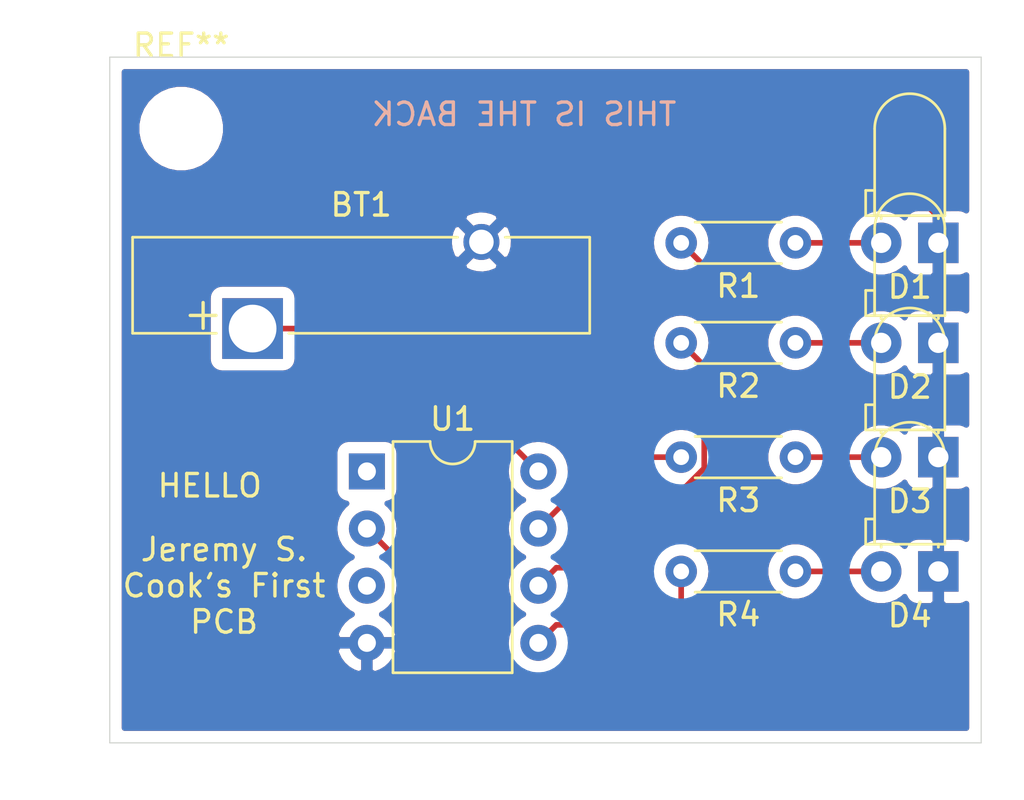
<source format=kicad_pcb>
(kicad_pcb (version 20171130) (host pcbnew "(5.1.2)-1")

  (general
    (thickness 1.6)
    (drawings 7)
    (tracks 35)
    (zones 0)
    (modules 11)
    (nets 13)
  )

  (page A4)
  (layers
    (0 F.Cu signal)
    (31 B.Cu signal)
    (32 B.Adhes user hide)
    (33 F.Adhes user hide)
    (34 B.Paste user hide)
    (35 F.Paste user hide)
    (36 B.SilkS user)
    (37 F.SilkS user)
    (38 B.Mask user)
    (39 F.Mask user)
    (40 Dwgs.User user)
    (41 Cmts.User user)
    (42 Eco1.User user hide)
    (43 Eco2.User user hide)
    (44 Edge.Cuts user)
    (45 Margin user)
    (46 B.CrtYd user)
    (47 F.CrtYd user)
    (48 B.Fab user)
    (49 F.Fab user)
  )

  (setup
    (last_trace_width 0.25)
    (trace_clearance 0.2)
    (zone_clearance 0.508)
    (zone_45_only no)
    (trace_min 0.2)
    (via_size 0.8)
    (via_drill 0.4)
    (via_min_size 0.4)
    (via_min_drill 0.3)
    (uvia_size 0.3)
    (uvia_drill 0.1)
    (uvias_allowed no)
    (uvia_min_size 0.2)
    (uvia_min_drill 0.1)
    (edge_width 0.05)
    (segment_width 0.2)
    (pcb_text_width 0.3)
    (pcb_text_size 1.5 1.5)
    (mod_edge_width 0.12)
    (mod_text_size 1 1)
    (mod_text_width 0.15)
    (pad_size 1.524 1.524)
    (pad_drill 0.762)
    (pad_to_mask_clearance 0.051)
    (solder_mask_min_width 0.25)
    (aux_axis_origin 135.255 90.17)
    (grid_origin 135.255 90.17)
    (visible_elements FFFFFF7F)
    (pcbplotparams
      (layerselection 0x010f0_ffffffff)
      (usegerberextensions true)
      (usegerberattributes false)
      (usegerberadvancedattributes false)
      (creategerberjobfile false)
      (excludeedgelayer true)
      (linewidth 0.100000)
      (plotframeref false)
      (viasonmask false)
      (mode 1)
      (useauxorigin true)
      (hpglpennumber 1)
      (hpglpenspeed 20)
      (hpglpendiameter 15.000000)
      (psnegative false)
      (psa4output false)
      (plotreference true)
      (plotvalue true)
      (plotinvisibletext false)
      (padsonsilk false)
      (subtractmaskfromsilk true)
      (outputformat 1)
      (mirror false)
      (drillshape 0)
      (scaleselection 1)
      (outputdirectory "GERBERS/"))
  )

  (net 0 "")
  (net 1 +3V3)
  (net 2 GND)
  (net 3 "Net-(D1-Pad2)")
  (net 4 "Net-(D2-Pad2)")
  (net 5 "Net-(D3-Pad2)")
  (net 6 "Net-(D4-Pad2)")
  (net 7 "Net-(R1-Pad2)")
  (net 8 "Net-(R2-Pad2)")
  (net 9 "Net-(R3-Pad2)")
  (net 10 "Net-(R4-Pad2)")
  (net 11 "Net-(U1-Pad1)")
  (net 12 "Net-(U1-Pad3)")

  (net_class Default "This is the default net class."
    (clearance 0.2)
    (trace_width 0.25)
    (via_dia 0.8)
    (via_drill 0.4)
    (uvia_dia 0.3)
    (uvia_drill 0.1)
    (add_net +3V3)
    (add_net GND)
    (add_net "Net-(D1-Pad2)")
    (add_net "Net-(D2-Pad2)")
    (add_net "Net-(D3-Pad2)")
    (add_net "Net-(D4-Pad2)")
    (add_net "Net-(R1-Pad2)")
    (add_net "Net-(R2-Pad2)")
    (add_net "Net-(R3-Pad2)")
    (add_net "Net-(R4-Pad2)")
    (add_net "Net-(U1-Pad1)")
    (add_net "Net-(U1-Pad3)")
  )

  (module MountingHole:MountingHole_2.7mm (layer F.Cu) (tedit 56D1B4CB) (tstamp 5CD91A40)
    (at 138.43 62.865)
    (descr "Mounting Hole 2.7mm, no annular")
    (tags "mounting hole 2.7mm no annular")
    (attr virtual)
    (fp_text reference REF** (at 0 -3.7) (layer F.SilkS)
      (effects (font (size 1 1) (thickness 0.15)))
    )
    (fp_text value MountingHole_2.7mm (at 0 3.7) (layer F.Fab)
      (effects (font (size 1 1) (thickness 0.15)))
    )
    (fp_circle (center 0 0) (end 2.95 0) (layer F.CrtYd) (width 0.05))
    (fp_circle (center 0 0) (end 2.7 0) (layer Cmts.User) (width 0.15))
    (fp_text user %R (at 0.3 0) (layer F.Fab)
      (effects (font (size 1 1) (thickness 0.15)))
    )
    (pad 1 np_thru_hole circle (at 0 0) (size 2.7 2.7) (drill 2.7) (layers *.Cu *.Mask))
  )

  (module Resistor_THT:R_Axial_DIN0204_L3.6mm_D1.6mm_P5.08mm_Horizontal (layer F.Cu) (tedit 5AE5139B) (tstamp 5CD90651)
    (at 165.735 67.945 180)
    (descr "Resistor, Axial_DIN0204 series, Axial, Horizontal, pin pitch=5.08mm, 0.167W, length*diameter=3.6*1.6mm^2, http://cdn-reichelt.de/documents/datenblatt/B400/1_4W%23YAG.pdf")
    (tags "Resistor Axial_DIN0204 series Axial Horizontal pin pitch 5.08mm 0.167W length 3.6mm diameter 1.6mm")
    (path /5CD9338A)
    (fp_text reference R1 (at 2.54 -1.92) (layer F.SilkS)
      (effects (font (size 1 1) (thickness 0.15)))
    )
    (fp_text value R (at 2.54 1.92) (layer F.Fab)
      (effects (font (size 1 1) (thickness 0.15)))
    )
    (fp_line (start 0.74 -0.8) (end 0.74 0.8) (layer F.Fab) (width 0.1))
    (fp_line (start 0.74 0.8) (end 4.34 0.8) (layer F.Fab) (width 0.1))
    (fp_line (start 4.34 0.8) (end 4.34 -0.8) (layer F.Fab) (width 0.1))
    (fp_line (start 4.34 -0.8) (end 0.74 -0.8) (layer F.Fab) (width 0.1))
    (fp_line (start 0 0) (end 0.74 0) (layer F.Fab) (width 0.1))
    (fp_line (start 5.08 0) (end 4.34 0) (layer F.Fab) (width 0.1))
    (fp_line (start 0.62 -0.92) (end 4.46 -0.92) (layer F.SilkS) (width 0.12))
    (fp_line (start 0.62 0.92) (end 4.46 0.92) (layer F.SilkS) (width 0.12))
    (fp_line (start -0.95 -1.05) (end -0.95 1.05) (layer F.CrtYd) (width 0.05))
    (fp_line (start -0.95 1.05) (end 6.03 1.05) (layer F.CrtYd) (width 0.05))
    (fp_line (start 6.03 1.05) (end 6.03 -1.05) (layer F.CrtYd) (width 0.05))
    (fp_line (start 6.03 -1.05) (end -0.95 -1.05) (layer F.CrtYd) (width 0.05))
    (fp_text user %R (at 2.54 0) (layer F.Fab)
      (effects (font (size 0.72 0.72) (thickness 0.108)))
    )
    (pad 1 thru_hole circle (at 0 0 180) (size 1.4 1.4) (drill 0.7) (layers *.Cu *.Mask)
      (net 3 "Net-(D1-Pad2)"))
    (pad 2 thru_hole oval (at 5.08 0 180) (size 1.4 1.4) (drill 0.7) (layers *.Cu *.Mask)
      (net 7 "Net-(R1-Pad2)"))
    (model ${KISYS3DMOD}/Resistor_THT.3dshapes/R_Axial_DIN0204_L3.6mm_D1.6mm_P5.08mm_Horizontal.wrl
      (at (xyz 0 0 0))
      (scale (xyz 1 1 1))
      (rotate (xyz 0 0 0))
    )
  )

  (module Battery:Battery_Panasonic_CR2032-VS1N_Vertical_CircularHoles (layer F.Cu) (tedit 5C857839) (tstamp 5CD90596)
    (at 141.605 71.755)
    (descr "Panasonic CR-2032/VS1N battery, https://industrial.panasonic.com/cdbs/www-data/pdf2/AAA4000/AAA4000D140.pdf")
    (tags "battery CR-2032 coin cell vertical")
    (path /5CD8FAD1)
    (fp_text reference BT1 (at 4.825 -5.5) (layer F.SilkS)
      (effects (font (size 1 1) (thickness 0.15)))
    )
    (fp_text value CR2032 (at 4.825 2.5) (layer F.Fab)
      (effects (font (size 1 1) (thickness 0.15)))
    )
    (fp_text user %R (at 4.825 -2 180) (layer F.Fab)
      (effects (font (size 1 1) (thickness 0.15)))
    )
    (fp_line (start -5.225 -3.95) (end 14.875 -3.95) (layer F.Fab) (width 0.1))
    (fp_line (start 14.875 -3.95) (end 14.875 0.1) (layer F.Fab) (width 0.1))
    (fp_line (start -5.225 -3.95) (end -5.225 0.1) (layer F.Fab) (width 0.1))
    (fp_line (start -5.225 0.1) (end 14.875 0.1) (layer F.Fab) (width 0.1))
    (fp_line (start -5.335 -4.06) (end 9.11 -4.06) (layer F.SilkS) (width 0.12))
    (fp_line (start 11.23 -4.06) (end 14.985 -4.06) (layer F.SilkS) (width 0.12))
    (fp_line (start 14.985 -4.06) (end 14.985 0.21) (layer F.SilkS) (width 0.12))
    (fp_line (start -5.335 -4.06) (end -5.335 0.21) (layer F.SilkS) (width 0.12))
    (fp_line (start -5.335 0.21) (end -1.61 0.21) (layer F.SilkS) (width 0.12))
    (fp_line (start 1.61 0.21) (end 14.985 0.21) (layer F.SilkS) (width 0.12))
    (fp_line (start -5.48 -4.78) (end -5.48 1.45) (layer F.CrtYd) (width 0.05))
    (fp_line (start -5.48 1.45) (end 15.13 1.45) (layer F.CrtYd) (width 0.05))
    (fp_line (start -5.48 -4.78) (end 15.13 -4.78) (layer F.CrtYd) (width 0.05))
    (fp_line (start 15.13 -4.78) (end 15.13 1.45) (layer F.CrtYd) (width 0.05))
    (fp_text user + (at -2.2 -0.7) (layer F.SilkS)
      (effects (font (size 1.5 1.5) (thickness 0.15)))
    )
    (pad 1 thru_hole rect (at 0 0 90) (size 2.7 2.7) (drill 2.12) (layers *.Cu *.Mask)
      (net 1 +3V3))
    (pad 2 thru_hole circle (at 10.17 -3.85) (size 1.6 1.6) (drill 1.09) (layers *.Cu *.Mask)
      (net 2 GND))
    (model ${KISYS3DMOD}/Battery.3dshapes/Battery_Panasonic_CR2032-VS1N_Vertical_CircularHoles.wrl
      (at (xyz 0 0 0))
      (scale (xyz 1 1 1))
      (rotate (xyz 0 0 0))
    )
  )

  (module LED_THT:LED_D3.0mm_Horizontal_O1.27mm_Z2.0mm (layer F.Cu) (tedit 5880A862) (tstamp 5CD905C0)
    (at 172.085 67.945 180)
    (descr "LED, diameter 3.0mm z-position of LED center 2.0mm, 2 pins")
    (tags "LED diameter 3.0mm z-position of LED center 2.0mm 2 pins")
    (path /5CD95CBB)
    (fp_text reference D1 (at 1.27 -1.96) (layer F.SilkS)
      (effects (font (size 1 1) (thickness 0.15)))
    )
    (fp_text value LED (at 1.27 7.63) (layer F.Fab)
      (effects (font (size 1 1) (thickness 0.15)))
    )
    (fp_arc (start 1.27 5.07) (end -0.23 5.07) (angle -180) (layer F.Fab) (width 0.1))
    (fp_arc (start 1.27 5.07) (end -0.29 5.07) (angle -180) (layer F.SilkS) (width 0.12))
    (fp_line (start -0.23 1.27) (end -0.23 5.07) (layer F.Fab) (width 0.1))
    (fp_line (start 2.77 1.27) (end 2.77 5.07) (layer F.Fab) (width 0.1))
    (fp_line (start -0.23 1.27) (end 2.77 1.27) (layer F.Fab) (width 0.1))
    (fp_line (start 3.17 1.27) (end 3.17 2.27) (layer F.Fab) (width 0.1))
    (fp_line (start 3.17 2.27) (end 2.77 2.27) (layer F.Fab) (width 0.1))
    (fp_line (start 2.77 2.27) (end 2.77 1.27) (layer F.Fab) (width 0.1))
    (fp_line (start 2.77 1.27) (end 3.17 1.27) (layer F.Fab) (width 0.1))
    (fp_line (start 0 0) (end 0 1.27) (layer F.Fab) (width 0.1))
    (fp_line (start 0 1.27) (end 0 1.27) (layer F.Fab) (width 0.1))
    (fp_line (start 0 1.27) (end 0 0) (layer F.Fab) (width 0.1))
    (fp_line (start 0 0) (end 0 0) (layer F.Fab) (width 0.1))
    (fp_line (start 2.54 0) (end 2.54 1.27) (layer F.Fab) (width 0.1))
    (fp_line (start 2.54 1.27) (end 2.54 1.27) (layer F.Fab) (width 0.1))
    (fp_line (start 2.54 1.27) (end 2.54 0) (layer F.Fab) (width 0.1))
    (fp_line (start 2.54 0) (end 2.54 0) (layer F.Fab) (width 0.1))
    (fp_line (start -0.29 1.21) (end -0.29 5.07) (layer F.SilkS) (width 0.12))
    (fp_line (start 2.83 1.21) (end 2.83 5.07) (layer F.SilkS) (width 0.12))
    (fp_line (start -0.29 1.21) (end 2.83 1.21) (layer F.SilkS) (width 0.12))
    (fp_line (start 3.23 1.21) (end 3.23 2.33) (layer F.SilkS) (width 0.12))
    (fp_line (start 3.23 2.33) (end 2.83 2.33) (layer F.SilkS) (width 0.12))
    (fp_line (start 2.83 2.33) (end 2.83 1.21) (layer F.SilkS) (width 0.12))
    (fp_line (start 2.83 1.21) (end 3.23 1.21) (layer F.SilkS) (width 0.12))
    (fp_line (start 0 1.08) (end 0 1.21) (layer F.SilkS) (width 0.12))
    (fp_line (start 0 1.21) (end 0 1.21) (layer F.SilkS) (width 0.12))
    (fp_line (start 0 1.21) (end 0 1.08) (layer F.SilkS) (width 0.12))
    (fp_line (start 0 1.08) (end 0 1.08) (layer F.SilkS) (width 0.12))
    (fp_line (start 2.54 1.08) (end 2.54 1.21) (layer F.SilkS) (width 0.12))
    (fp_line (start 2.54 1.21) (end 2.54 1.21) (layer F.SilkS) (width 0.12))
    (fp_line (start 2.54 1.21) (end 2.54 1.08) (layer F.SilkS) (width 0.12))
    (fp_line (start 2.54 1.08) (end 2.54 1.08) (layer F.SilkS) (width 0.12))
    (fp_line (start -1.25 -1.25) (end -1.25 6.9) (layer F.CrtYd) (width 0.05))
    (fp_line (start -1.25 6.9) (end 3.75 6.9) (layer F.CrtYd) (width 0.05))
    (fp_line (start 3.75 6.9) (end 3.75 -1.25) (layer F.CrtYd) (width 0.05))
    (fp_line (start 3.75 -1.25) (end -1.25 -1.25) (layer F.CrtYd) (width 0.05))
    (pad 1 thru_hole rect (at 0 0 180) (size 1.8 1.8) (drill 0.9) (layers *.Cu *.Mask)
      (net 2 GND))
    (pad 2 thru_hole circle (at 2.54 0 180) (size 1.8 1.8) (drill 0.9) (layers *.Cu *.Mask)
      (net 3 "Net-(D1-Pad2)"))
    (model ${KISYS3DMOD}/LED_THT.3dshapes/LED_D3.0mm_Horizontal_O1.27mm_Z2.0mm.wrl
      (at (xyz 0 0 0))
      (scale (xyz 1 1 1))
      (rotate (xyz 0 0 0))
    )
  )

  (module LED_THT:LED_D3.0mm_Horizontal_O1.27mm_Z2.0mm (layer F.Cu) (tedit 5880A862) (tstamp 5CD91638)
    (at 172.085 72.39 180)
    (descr "LED, diameter 3.0mm z-position of LED center 2.0mm, 2 pins")
    (tags "LED diameter 3.0mm z-position of LED center 2.0mm 2 pins")
    (path /5CD96512)
    (fp_text reference D2 (at 1.27 -1.96) (layer F.SilkS)
      (effects (font (size 1 1) (thickness 0.15)))
    )
    (fp_text value LED (at 1.27 7.63) (layer F.Fab)
      (effects (font (size 1 1) (thickness 0.15)))
    )
    (fp_line (start 3.75 -1.25) (end -1.25 -1.25) (layer F.CrtYd) (width 0.05))
    (fp_line (start 3.75 6.9) (end 3.75 -1.25) (layer F.CrtYd) (width 0.05))
    (fp_line (start -1.25 6.9) (end 3.75 6.9) (layer F.CrtYd) (width 0.05))
    (fp_line (start -1.25 -1.25) (end -1.25 6.9) (layer F.CrtYd) (width 0.05))
    (fp_line (start 2.54 1.08) (end 2.54 1.08) (layer F.SilkS) (width 0.12))
    (fp_line (start 2.54 1.21) (end 2.54 1.08) (layer F.SilkS) (width 0.12))
    (fp_line (start 2.54 1.21) (end 2.54 1.21) (layer F.SilkS) (width 0.12))
    (fp_line (start 2.54 1.08) (end 2.54 1.21) (layer F.SilkS) (width 0.12))
    (fp_line (start 0 1.08) (end 0 1.08) (layer F.SilkS) (width 0.12))
    (fp_line (start 0 1.21) (end 0 1.08) (layer F.SilkS) (width 0.12))
    (fp_line (start 0 1.21) (end 0 1.21) (layer F.SilkS) (width 0.12))
    (fp_line (start 0 1.08) (end 0 1.21) (layer F.SilkS) (width 0.12))
    (fp_line (start 2.83 1.21) (end 3.23 1.21) (layer F.SilkS) (width 0.12))
    (fp_line (start 2.83 2.33) (end 2.83 1.21) (layer F.SilkS) (width 0.12))
    (fp_line (start 3.23 2.33) (end 2.83 2.33) (layer F.SilkS) (width 0.12))
    (fp_line (start 3.23 1.21) (end 3.23 2.33) (layer F.SilkS) (width 0.12))
    (fp_line (start -0.29 1.21) (end 2.83 1.21) (layer F.SilkS) (width 0.12))
    (fp_line (start 2.83 1.21) (end 2.83 5.07) (layer F.SilkS) (width 0.12))
    (fp_line (start -0.29 1.21) (end -0.29 5.07) (layer F.SilkS) (width 0.12))
    (fp_line (start 2.54 0) (end 2.54 0) (layer F.Fab) (width 0.1))
    (fp_line (start 2.54 1.27) (end 2.54 0) (layer F.Fab) (width 0.1))
    (fp_line (start 2.54 1.27) (end 2.54 1.27) (layer F.Fab) (width 0.1))
    (fp_line (start 2.54 0) (end 2.54 1.27) (layer F.Fab) (width 0.1))
    (fp_line (start 0 0) (end 0 0) (layer F.Fab) (width 0.1))
    (fp_line (start 0 1.27) (end 0 0) (layer F.Fab) (width 0.1))
    (fp_line (start 0 1.27) (end 0 1.27) (layer F.Fab) (width 0.1))
    (fp_line (start 0 0) (end 0 1.27) (layer F.Fab) (width 0.1))
    (fp_line (start 2.77 1.27) (end 3.17 1.27) (layer F.Fab) (width 0.1))
    (fp_line (start 2.77 2.27) (end 2.77 1.27) (layer F.Fab) (width 0.1))
    (fp_line (start 3.17 2.27) (end 2.77 2.27) (layer F.Fab) (width 0.1))
    (fp_line (start 3.17 1.27) (end 3.17 2.27) (layer F.Fab) (width 0.1))
    (fp_line (start -0.23 1.27) (end 2.77 1.27) (layer F.Fab) (width 0.1))
    (fp_line (start 2.77 1.27) (end 2.77 5.07) (layer F.Fab) (width 0.1))
    (fp_line (start -0.23 1.27) (end -0.23 5.07) (layer F.Fab) (width 0.1))
    (fp_arc (start 1.27 5.07) (end -0.29 5.07) (angle -180) (layer F.SilkS) (width 0.12))
    (fp_arc (start 1.27 5.07) (end -0.23 5.07) (angle -180) (layer F.Fab) (width 0.1))
    (pad 2 thru_hole circle (at 2.54 0 180) (size 1.8 1.8) (drill 0.9) (layers *.Cu *.Mask)
      (net 4 "Net-(D2-Pad2)"))
    (pad 1 thru_hole rect (at 0 0 180) (size 1.8 1.8) (drill 0.9) (layers *.Cu *.Mask)
      (net 2 GND))
    (model ${KISYS3DMOD}/LED_THT.3dshapes/LED_D3.0mm_Horizontal_O1.27mm_Z2.0mm.wrl
      (at (xyz 0 0 0))
      (scale (xyz 1 1 1))
      (rotate (xyz 0 0 0))
    )
  )

  (module LED_THT:LED_D3.0mm_Horizontal_O1.27mm_Z2.0mm (layer F.Cu) (tedit 5880A862) (tstamp 5CD90614)
    (at 172.085 77.47 180)
    (descr "LED, diameter 3.0mm z-position of LED center 2.0mm, 2 pins")
    (tags "LED diameter 3.0mm z-position of LED center 2.0mm 2 pins")
    (path /5CD96DD0)
    (fp_text reference D3 (at 1.27 -1.96) (layer F.SilkS)
      (effects (font (size 1 1) (thickness 0.15)))
    )
    (fp_text value LED (at 1.27 7.63) (layer F.Fab)
      (effects (font (size 1 1) (thickness 0.15)))
    )
    (fp_arc (start 1.27 5.07) (end -0.23 5.07) (angle -180) (layer F.Fab) (width 0.1))
    (fp_arc (start 1.27 5.07) (end -0.29 5.07) (angle -180) (layer F.SilkS) (width 0.12))
    (fp_line (start -0.23 1.27) (end -0.23 5.07) (layer F.Fab) (width 0.1))
    (fp_line (start 2.77 1.27) (end 2.77 5.07) (layer F.Fab) (width 0.1))
    (fp_line (start -0.23 1.27) (end 2.77 1.27) (layer F.Fab) (width 0.1))
    (fp_line (start 3.17 1.27) (end 3.17 2.27) (layer F.Fab) (width 0.1))
    (fp_line (start 3.17 2.27) (end 2.77 2.27) (layer F.Fab) (width 0.1))
    (fp_line (start 2.77 2.27) (end 2.77 1.27) (layer F.Fab) (width 0.1))
    (fp_line (start 2.77 1.27) (end 3.17 1.27) (layer F.Fab) (width 0.1))
    (fp_line (start 0 0) (end 0 1.27) (layer F.Fab) (width 0.1))
    (fp_line (start 0 1.27) (end 0 1.27) (layer F.Fab) (width 0.1))
    (fp_line (start 0 1.27) (end 0 0) (layer F.Fab) (width 0.1))
    (fp_line (start 0 0) (end 0 0) (layer F.Fab) (width 0.1))
    (fp_line (start 2.54 0) (end 2.54 1.27) (layer F.Fab) (width 0.1))
    (fp_line (start 2.54 1.27) (end 2.54 1.27) (layer F.Fab) (width 0.1))
    (fp_line (start 2.54 1.27) (end 2.54 0) (layer F.Fab) (width 0.1))
    (fp_line (start 2.54 0) (end 2.54 0) (layer F.Fab) (width 0.1))
    (fp_line (start -0.29 1.21) (end -0.29 5.07) (layer F.SilkS) (width 0.12))
    (fp_line (start 2.83 1.21) (end 2.83 5.07) (layer F.SilkS) (width 0.12))
    (fp_line (start -0.29 1.21) (end 2.83 1.21) (layer F.SilkS) (width 0.12))
    (fp_line (start 3.23 1.21) (end 3.23 2.33) (layer F.SilkS) (width 0.12))
    (fp_line (start 3.23 2.33) (end 2.83 2.33) (layer F.SilkS) (width 0.12))
    (fp_line (start 2.83 2.33) (end 2.83 1.21) (layer F.SilkS) (width 0.12))
    (fp_line (start 2.83 1.21) (end 3.23 1.21) (layer F.SilkS) (width 0.12))
    (fp_line (start 0 1.08) (end 0 1.21) (layer F.SilkS) (width 0.12))
    (fp_line (start 0 1.21) (end 0 1.21) (layer F.SilkS) (width 0.12))
    (fp_line (start 0 1.21) (end 0 1.08) (layer F.SilkS) (width 0.12))
    (fp_line (start 0 1.08) (end 0 1.08) (layer F.SilkS) (width 0.12))
    (fp_line (start 2.54 1.08) (end 2.54 1.21) (layer F.SilkS) (width 0.12))
    (fp_line (start 2.54 1.21) (end 2.54 1.21) (layer F.SilkS) (width 0.12))
    (fp_line (start 2.54 1.21) (end 2.54 1.08) (layer F.SilkS) (width 0.12))
    (fp_line (start 2.54 1.08) (end 2.54 1.08) (layer F.SilkS) (width 0.12))
    (fp_line (start -1.25 -1.25) (end -1.25 6.9) (layer F.CrtYd) (width 0.05))
    (fp_line (start -1.25 6.9) (end 3.75 6.9) (layer F.CrtYd) (width 0.05))
    (fp_line (start 3.75 6.9) (end 3.75 -1.25) (layer F.CrtYd) (width 0.05))
    (fp_line (start 3.75 -1.25) (end -1.25 -1.25) (layer F.CrtYd) (width 0.05))
    (pad 1 thru_hole rect (at 0 0 180) (size 1.8 1.8) (drill 0.9) (layers *.Cu *.Mask)
      (net 2 GND))
    (pad 2 thru_hole circle (at 2.54 0 180) (size 1.8 1.8) (drill 0.9) (layers *.Cu *.Mask)
      (net 5 "Net-(D3-Pad2)"))
    (model ${KISYS3DMOD}/LED_THT.3dshapes/LED_D3.0mm_Horizontal_O1.27mm_Z2.0mm.wrl
      (at (xyz 0 0 0))
      (scale (xyz 1 1 1))
      (rotate (xyz 0 0 0))
    )
  )

  (module LED_THT:LED_D3.0mm_Horizontal_O1.27mm_Z2.0mm (layer F.Cu) (tedit 5880A862) (tstamp 5CD9063E)
    (at 172.085 82.55 180)
    (descr "LED, diameter 3.0mm z-position of LED center 2.0mm, 2 pins")
    (tags "LED diameter 3.0mm z-position of LED center 2.0mm 2 pins")
    (path /5CD972F3)
    (fp_text reference D4 (at 1.27 -1.96) (layer F.SilkS)
      (effects (font (size 1 1) (thickness 0.15)))
    )
    (fp_text value LED (at 1.27 7.63) (layer F.Fab)
      (effects (font (size 1 1) (thickness 0.15)))
    )
    (fp_line (start 3.75 -1.25) (end -1.25 -1.25) (layer F.CrtYd) (width 0.05))
    (fp_line (start 3.75 6.9) (end 3.75 -1.25) (layer F.CrtYd) (width 0.05))
    (fp_line (start -1.25 6.9) (end 3.75 6.9) (layer F.CrtYd) (width 0.05))
    (fp_line (start -1.25 -1.25) (end -1.25 6.9) (layer F.CrtYd) (width 0.05))
    (fp_line (start 2.54 1.08) (end 2.54 1.08) (layer F.SilkS) (width 0.12))
    (fp_line (start 2.54 1.21) (end 2.54 1.08) (layer F.SilkS) (width 0.12))
    (fp_line (start 2.54 1.21) (end 2.54 1.21) (layer F.SilkS) (width 0.12))
    (fp_line (start 2.54 1.08) (end 2.54 1.21) (layer F.SilkS) (width 0.12))
    (fp_line (start 0 1.08) (end 0 1.08) (layer F.SilkS) (width 0.12))
    (fp_line (start 0 1.21) (end 0 1.08) (layer F.SilkS) (width 0.12))
    (fp_line (start 0 1.21) (end 0 1.21) (layer F.SilkS) (width 0.12))
    (fp_line (start 0 1.08) (end 0 1.21) (layer F.SilkS) (width 0.12))
    (fp_line (start 2.83 1.21) (end 3.23 1.21) (layer F.SilkS) (width 0.12))
    (fp_line (start 2.83 2.33) (end 2.83 1.21) (layer F.SilkS) (width 0.12))
    (fp_line (start 3.23 2.33) (end 2.83 2.33) (layer F.SilkS) (width 0.12))
    (fp_line (start 3.23 1.21) (end 3.23 2.33) (layer F.SilkS) (width 0.12))
    (fp_line (start -0.29 1.21) (end 2.83 1.21) (layer F.SilkS) (width 0.12))
    (fp_line (start 2.83 1.21) (end 2.83 5.07) (layer F.SilkS) (width 0.12))
    (fp_line (start -0.29 1.21) (end -0.29 5.07) (layer F.SilkS) (width 0.12))
    (fp_line (start 2.54 0) (end 2.54 0) (layer F.Fab) (width 0.1))
    (fp_line (start 2.54 1.27) (end 2.54 0) (layer F.Fab) (width 0.1))
    (fp_line (start 2.54 1.27) (end 2.54 1.27) (layer F.Fab) (width 0.1))
    (fp_line (start 2.54 0) (end 2.54 1.27) (layer F.Fab) (width 0.1))
    (fp_line (start 0 0) (end 0 0) (layer F.Fab) (width 0.1))
    (fp_line (start 0 1.27) (end 0 0) (layer F.Fab) (width 0.1))
    (fp_line (start 0 1.27) (end 0 1.27) (layer F.Fab) (width 0.1))
    (fp_line (start 0 0) (end 0 1.27) (layer F.Fab) (width 0.1))
    (fp_line (start 2.77 1.27) (end 3.17 1.27) (layer F.Fab) (width 0.1))
    (fp_line (start 2.77 2.27) (end 2.77 1.27) (layer F.Fab) (width 0.1))
    (fp_line (start 3.17 2.27) (end 2.77 2.27) (layer F.Fab) (width 0.1))
    (fp_line (start 3.17 1.27) (end 3.17 2.27) (layer F.Fab) (width 0.1))
    (fp_line (start -0.23 1.27) (end 2.77 1.27) (layer F.Fab) (width 0.1))
    (fp_line (start 2.77 1.27) (end 2.77 5.07) (layer F.Fab) (width 0.1))
    (fp_line (start -0.23 1.27) (end -0.23 5.07) (layer F.Fab) (width 0.1))
    (fp_arc (start 1.27 5.07) (end -0.29 5.07) (angle -180) (layer F.SilkS) (width 0.12))
    (fp_arc (start 1.27 5.07) (end -0.23 5.07) (angle -180) (layer F.Fab) (width 0.1))
    (pad 2 thru_hole circle (at 2.54 0 180) (size 1.8 1.8) (drill 0.9) (layers *.Cu *.Mask)
      (net 6 "Net-(D4-Pad2)"))
    (pad 1 thru_hole rect (at 0 0 180) (size 1.8 1.8) (drill 0.9) (layers *.Cu *.Mask)
      (net 2 GND))
    (model ${KISYS3DMOD}/LED_THT.3dshapes/LED_D3.0mm_Horizontal_O1.27mm_Z2.0mm.wrl
      (at (xyz 0 0 0))
      (scale (xyz 1 1 1))
      (rotate (xyz 0 0 0))
    )
  )

  (module Resistor_THT:R_Axial_DIN0204_L3.6mm_D1.6mm_P5.08mm_Horizontal (layer F.Cu) (tedit 5AE5139B) (tstamp 5CD90664)
    (at 165.735 72.39 180)
    (descr "Resistor, Axial_DIN0204 series, Axial, Horizontal, pin pitch=5.08mm, 0.167W, length*diameter=3.6*1.6mm^2, http://cdn-reichelt.de/documents/datenblatt/B400/1_4W%23YAG.pdf")
    (tags "Resistor Axial_DIN0204 series Axial Horizontal pin pitch 5.08mm 0.167W length 3.6mm diameter 1.6mm")
    (path /5CD93996)
    (fp_text reference R2 (at 2.54 -1.92) (layer F.SilkS)
      (effects (font (size 1 1) (thickness 0.15)))
    )
    (fp_text value R (at 2.54 1.92) (layer F.Fab)
      (effects (font (size 1 1) (thickness 0.15)))
    )
    (fp_text user %R (at 2.54 0) (layer F.Fab)
      (effects (font (size 0.72 0.72) (thickness 0.108)))
    )
    (fp_line (start 6.03 -1.05) (end -0.95 -1.05) (layer F.CrtYd) (width 0.05))
    (fp_line (start 6.03 1.05) (end 6.03 -1.05) (layer F.CrtYd) (width 0.05))
    (fp_line (start -0.95 1.05) (end 6.03 1.05) (layer F.CrtYd) (width 0.05))
    (fp_line (start -0.95 -1.05) (end -0.95 1.05) (layer F.CrtYd) (width 0.05))
    (fp_line (start 0.62 0.92) (end 4.46 0.92) (layer F.SilkS) (width 0.12))
    (fp_line (start 0.62 -0.92) (end 4.46 -0.92) (layer F.SilkS) (width 0.12))
    (fp_line (start 5.08 0) (end 4.34 0) (layer F.Fab) (width 0.1))
    (fp_line (start 0 0) (end 0.74 0) (layer F.Fab) (width 0.1))
    (fp_line (start 4.34 -0.8) (end 0.74 -0.8) (layer F.Fab) (width 0.1))
    (fp_line (start 4.34 0.8) (end 4.34 -0.8) (layer F.Fab) (width 0.1))
    (fp_line (start 0.74 0.8) (end 4.34 0.8) (layer F.Fab) (width 0.1))
    (fp_line (start 0.74 -0.8) (end 0.74 0.8) (layer F.Fab) (width 0.1))
    (pad 2 thru_hole oval (at 5.08 0 180) (size 1.4 1.4) (drill 0.7) (layers *.Cu *.Mask)
      (net 8 "Net-(R2-Pad2)"))
    (pad 1 thru_hole circle (at 0 0 180) (size 1.4 1.4) (drill 0.7) (layers *.Cu *.Mask)
      (net 4 "Net-(D2-Pad2)"))
    (model ${KISYS3DMOD}/Resistor_THT.3dshapes/R_Axial_DIN0204_L3.6mm_D1.6mm_P5.08mm_Horizontal.wrl
      (at (xyz 0 0 0))
      (scale (xyz 1 1 1))
      (rotate (xyz 0 0 0))
    )
  )

  (module Resistor_THT:R_Axial_DIN0204_L3.6mm_D1.6mm_P5.08mm_Horizontal (layer F.Cu) (tedit 5AE5139B) (tstamp 5CD90E36)
    (at 165.735 77.47 180)
    (descr "Resistor, Axial_DIN0204 series, Axial, Horizontal, pin pitch=5.08mm, 0.167W, length*diameter=3.6*1.6mm^2, http://cdn-reichelt.de/documents/datenblatt/B400/1_4W%23YAG.pdf")
    (tags "Resistor Axial_DIN0204 series Axial Horizontal pin pitch 5.08mm 0.167W length 3.6mm diameter 1.6mm")
    (path /5CD94612)
    (fp_text reference R3 (at 2.54 -1.92) (layer F.SilkS)
      (effects (font (size 1 1) (thickness 0.15)))
    )
    (fp_text value R (at 2.54 1.92) (layer F.Fab)
      (effects (font (size 1 1) (thickness 0.15)))
    )
    (fp_line (start 0.74 -0.8) (end 0.74 0.8) (layer F.Fab) (width 0.1))
    (fp_line (start 0.74 0.8) (end 4.34 0.8) (layer F.Fab) (width 0.1))
    (fp_line (start 4.34 0.8) (end 4.34 -0.8) (layer F.Fab) (width 0.1))
    (fp_line (start 4.34 -0.8) (end 0.74 -0.8) (layer F.Fab) (width 0.1))
    (fp_line (start 0 0) (end 0.74 0) (layer F.Fab) (width 0.1))
    (fp_line (start 5.08 0) (end 4.34 0) (layer F.Fab) (width 0.1))
    (fp_line (start 0.62 -0.92) (end 4.46 -0.92) (layer F.SilkS) (width 0.12))
    (fp_line (start 0.62 0.92) (end 4.46 0.92) (layer F.SilkS) (width 0.12))
    (fp_line (start -0.95 -1.05) (end -0.95 1.05) (layer F.CrtYd) (width 0.05))
    (fp_line (start -0.95 1.05) (end 6.03 1.05) (layer F.CrtYd) (width 0.05))
    (fp_line (start 6.03 1.05) (end 6.03 -1.05) (layer F.CrtYd) (width 0.05))
    (fp_line (start 6.03 -1.05) (end -0.95 -1.05) (layer F.CrtYd) (width 0.05))
    (fp_text user %R (at 2.54 0) (layer F.Fab)
      (effects (font (size 0.72 0.72) (thickness 0.108)))
    )
    (pad 1 thru_hole circle (at 0 0 180) (size 1.4 1.4) (drill 0.7) (layers *.Cu *.Mask)
      (net 5 "Net-(D3-Pad2)"))
    (pad 2 thru_hole oval (at 5.08 0 180) (size 1.4 1.4) (drill 0.7) (layers *.Cu *.Mask)
      (net 9 "Net-(R3-Pad2)"))
    (model ${KISYS3DMOD}/Resistor_THT.3dshapes/R_Axial_DIN0204_L3.6mm_D1.6mm_P5.08mm_Horizontal.wrl
      (at (xyz 0 0 0))
      (scale (xyz 1 1 1))
      (rotate (xyz 0 0 0))
    )
  )

  (module Resistor_THT:R_Axial_DIN0204_L3.6mm_D1.6mm_P5.08mm_Horizontal (layer F.Cu) (tedit 5AE5139B) (tstamp 5CD91791)
    (at 165.735 82.55 180)
    (descr "Resistor, Axial_DIN0204 series, Axial, Horizontal, pin pitch=5.08mm, 0.167W, length*diameter=3.6*1.6mm^2, http://cdn-reichelt.de/documents/datenblatt/B400/1_4W%23YAG.pdf")
    (tags "Resistor Axial_DIN0204 series Axial Horizontal pin pitch 5.08mm 0.167W length 3.6mm diameter 1.6mm")
    (path /5CD94C31)
    (fp_text reference R4 (at 2.54 -1.92) (layer F.SilkS)
      (effects (font (size 1 1) (thickness 0.15)))
    )
    (fp_text value R (at 2.54 1.92) (layer F.Fab)
      (effects (font (size 1 1) (thickness 0.15)))
    )
    (fp_text user %R (at 2.54 0) (layer F.Fab)
      (effects (font (size 0.72 0.72) (thickness 0.108)))
    )
    (fp_line (start 6.03 -1.05) (end -0.95 -1.05) (layer F.CrtYd) (width 0.05))
    (fp_line (start 6.03 1.05) (end 6.03 -1.05) (layer F.CrtYd) (width 0.05))
    (fp_line (start -0.95 1.05) (end 6.03 1.05) (layer F.CrtYd) (width 0.05))
    (fp_line (start -0.95 -1.05) (end -0.95 1.05) (layer F.CrtYd) (width 0.05))
    (fp_line (start 0.62 0.92) (end 4.46 0.92) (layer F.SilkS) (width 0.12))
    (fp_line (start 0.62 -0.92) (end 4.46 -0.92) (layer F.SilkS) (width 0.12))
    (fp_line (start 5.08 0) (end 4.34 0) (layer F.Fab) (width 0.1))
    (fp_line (start 0 0) (end 0.74 0) (layer F.Fab) (width 0.1))
    (fp_line (start 4.34 -0.8) (end 0.74 -0.8) (layer F.Fab) (width 0.1))
    (fp_line (start 4.34 0.8) (end 4.34 -0.8) (layer F.Fab) (width 0.1))
    (fp_line (start 0.74 0.8) (end 4.34 0.8) (layer F.Fab) (width 0.1))
    (fp_line (start 0.74 -0.8) (end 0.74 0.8) (layer F.Fab) (width 0.1))
    (pad 2 thru_hole oval (at 5.08 0 180) (size 1.4 1.4) (drill 0.7) (layers *.Cu *.Mask)
      (net 10 "Net-(R4-Pad2)"))
    (pad 1 thru_hole circle (at 0 0 180) (size 1.4 1.4) (drill 0.7) (layers *.Cu *.Mask)
      (net 6 "Net-(D4-Pad2)"))
    (model ${KISYS3DMOD}/Resistor_THT.3dshapes/R_Axial_DIN0204_L3.6mm_D1.6mm_P5.08mm_Horizontal.wrl
      (at (xyz 0 0 0))
      (scale (xyz 1 1 1))
      (rotate (xyz 0 0 0))
    )
  )

  (module Package_DIP:DIP-8_W7.62mm (layer F.Cu) (tedit 5A02E8C5) (tstamp 5CD90D24)
    (at 146.685 78.105)
    (descr "8-lead though-hole mounted DIP package, row spacing 7.62 mm (300 mils)")
    (tags "THT DIP DIL PDIP 2.54mm 7.62mm 300mil")
    (path /5CD8B998)
    (fp_text reference U1 (at 3.81 -2.33) (layer F.SilkS)
      (effects (font (size 1 1) (thickness 0.15)))
    )
    (fp_text value ATtiny85V-10PU (at 3.81 9.95) (layer F.Fab)
      (effects (font (size 1 1) (thickness 0.15)))
    )
    (fp_arc (start 3.81 -1.33) (end 2.81 -1.33) (angle -180) (layer F.SilkS) (width 0.12))
    (fp_line (start 1.635 -1.27) (end 6.985 -1.27) (layer F.Fab) (width 0.1))
    (fp_line (start 6.985 -1.27) (end 6.985 8.89) (layer F.Fab) (width 0.1))
    (fp_line (start 6.985 8.89) (end 0.635 8.89) (layer F.Fab) (width 0.1))
    (fp_line (start 0.635 8.89) (end 0.635 -0.27) (layer F.Fab) (width 0.1))
    (fp_line (start 0.635 -0.27) (end 1.635 -1.27) (layer F.Fab) (width 0.1))
    (fp_line (start 2.81 -1.33) (end 1.16 -1.33) (layer F.SilkS) (width 0.12))
    (fp_line (start 1.16 -1.33) (end 1.16 8.95) (layer F.SilkS) (width 0.12))
    (fp_line (start 1.16 8.95) (end 6.46 8.95) (layer F.SilkS) (width 0.12))
    (fp_line (start 6.46 8.95) (end 6.46 -1.33) (layer F.SilkS) (width 0.12))
    (fp_line (start 6.46 -1.33) (end 4.81 -1.33) (layer F.SilkS) (width 0.12))
    (fp_line (start -1.1 -1.55) (end -1.1 9.15) (layer F.CrtYd) (width 0.05))
    (fp_line (start -1.1 9.15) (end 8.7 9.15) (layer F.CrtYd) (width 0.05))
    (fp_line (start 8.7 9.15) (end 8.7 -1.55) (layer F.CrtYd) (width 0.05))
    (fp_line (start 8.7 -1.55) (end -1.1 -1.55) (layer F.CrtYd) (width 0.05))
    (fp_text user %R (at 3.81 3.81) (layer F.Fab)
      (effects (font (size 1 1) (thickness 0.15)))
    )
    (pad 1 thru_hole rect (at 0 0) (size 1.6 1.6) (drill 0.8) (layers *.Cu *.Mask)
      (net 11 "Net-(U1-Pad1)"))
    (pad 5 thru_hole oval (at 7.62 7.62) (size 1.6 1.6) (drill 0.8) (layers *.Cu *.Mask)
      (net 7 "Net-(R1-Pad2)"))
    (pad 2 thru_hole oval (at 0 2.54) (size 1.6 1.6) (drill 0.8) (layers *.Cu *.Mask)
      (net 10 "Net-(R4-Pad2)"))
    (pad 6 thru_hole oval (at 7.62 5.08) (size 1.6 1.6) (drill 0.8) (layers *.Cu *.Mask)
      (net 8 "Net-(R2-Pad2)"))
    (pad 3 thru_hole oval (at 0 5.08) (size 1.6 1.6) (drill 0.8) (layers *.Cu *.Mask)
      (net 12 "Net-(U1-Pad3)"))
    (pad 7 thru_hole oval (at 7.62 2.54) (size 1.6 1.6) (drill 0.8) (layers *.Cu *.Mask)
      (net 9 "Net-(R3-Pad2)"))
    (pad 4 thru_hole oval (at 0 7.62) (size 1.6 1.6) (drill 0.8) (layers *.Cu *.Mask)
      (net 2 GND))
    (pad 8 thru_hole oval (at 7.62 0) (size 1.6 1.6) (drill 0.8) (layers *.Cu *.Mask)
      (net 1 +3V3))
    (model ${KISYS3DMOD}/Package_DIP.3dshapes/DIP-8_W7.62mm.wrl
      (at (xyz 0 0 0))
      (scale (xyz 1 1 1))
      (rotate (xyz 0 0 0))
    )
  )

  (gr_text "THIS IS THE BACK" (at 153.67 62.23) (layer B.SilkS)
    (effects (font (size 1 1) (thickness 0.15)) (justify mirror))
  )
  (gr_text "Jeremy S.\nCook's First\nPCB" (at 140.335 83.185) (layer F.SilkS)
    (effects (font (size 1 1) (thickness 0.15)))
  )
  (gr_text HELLO (at 139.7 78.74) (layer F.SilkS)
    (effects (font (size 1 1) (thickness 0.15)))
  )
  (gr_line (start 135.255 90.17) (end 135.255 59.69) (layer Edge.Cuts) (width 0.05) (tstamp 5CD918D9))
  (gr_line (start 173.99 90.17) (end 135.255 90.17) (layer Edge.Cuts) (width 0.05))
  (gr_line (start 173.99 59.69) (end 173.99 90.17) (layer Edge.Cuts) (width 0.05))
  (gr_line (start 135.255 59.69) (end 173.99 59.69) (layer Edge.Cuts) (width 0.05))

  (segment (start 147.955 71.755) (end 154.305 78.105) (width 0.25) (layer F.Cu) (net 1))
  (segment (start 141.605 71.755) (end 147.955 71.755) (width 0.25) (layer F.Cu) (net 1))
  (segment (start 172.085 67.945) (end 172.085 72.39) (width 0.25) (layer F.Cu) (net 2))
  (segment (start 172.085 72.39) (end 172.085 77.47) (width 0.25) (layer F.Cu) (net 2))
  (segment (start 172.085 77.47) (end 172.085 82.55) (width 0.25) (layer F.Cu) (net 2))
  (segment (start 154.155 65.525) (end 151.775 67.905) (width 0.25) (layer F.Cu) (net 2))
  (segment (start 170.815 65.525) (end 154.155 65.525) (width 0.25) (layer F.Cu) (net 2))
  (segment (start 172.085 67.945) (end 172.085 66.795) (width 0.25) (layer F.Cu) (net 2))
  (segment (start 172.085 66.795) (end 170.815 65.525) (width 0.25) (layer F.Cu) (net 2))
  (segment (start 146.685 86.85637) (end 147.955 88.12637) (width 0.25) (layer F.Cu) (net 2))
  (segment (start 146.685 85.725) (end 146.685 86.85637) (width 0.25) (layer F.Cu) (net 2))
  (segment (start 147.955 88.12637) (end 168.41363 88.12637) (width 0.25) (layer F.Cu) (net 2))
  (segment (start 168.41363 88.12637) (end 172.085 84.455) (width 0.25) (layer F.Cu) (net 2))
  (segment (start 172.085 84.455) (end 172.085 82.55) (width 0.25) (layer F.Cu) (net 2))
  (segment (start 165.735 67.945) (end 169.545 67.945) (width 0.25) (layer F.Cu) (net 3))
  (segment (start 165.735 72.39) (end 169.545 72.39) (width 0.25) (layer F.Cu) (net 4))
  (segment (start 165.735 77.47) (end 169.545 77.47) (width 0.25) (layer F.Cu) (net 5))
  (segment (start 165.735 82.55) (end 169.545 82.55) (width 0.25) (layer F.Cu) (net 6))
  (segment (start 155.104999 84.925001) (end 156.374999 84.925001) (width 0.25) (layer F.Cu) (net 7))
  (segment (start 154.305 85.725) (end 155.104999 84.925001) (width 0.25) (layer F.Cu) (net 7))
  (segment (start 156.374999 84.925001) (end 163.195 78.105) (width 0.25) (layer F.Cu) (net 7))
  (segment (start 163.195 70.485) (end 160.655 67.945) (width 0.25) (layer F.Cu) (net 7))
  (segment (start 163.195 78.105) (end 163.195 70.485) (width 0.25) (layer F.Cu) (net 7))
  (segment (start 161.354999 73.089999) (end 160.655 72.39) (width 0.25) (layer F.Cu) (net 8))
  (segment (start 161.680001 73.415001) (end 161.354999 73.089999) (width 0.25) (layer F.Cu) (net 8))
  (segment (start 161.680001 77.962001) (end 161.680001 73.415001) (width 0.25) (layer F.Cu) (net 8))
  (segment (start 157.257001 82.385001) (end 161.680001 77.962001) (width 0.25) (layer F.Cu) (net 8))
  (segment (start 155.104999 82.385001) (end 157.257001 82.385001) (width 0.25) (layer F.Cu) (net 8))
  (segment (start 154.305 83.185) (end 155.104999 82.385001) (width 0.25) (layer F.Cu) (net 8))
  (segment (start 157.48 77.47) (end 160.655 77.47) (width 0.25) (layer F.Cu) (net 9))
  (segment (start 154.305 80.645) (end 157.48 77.47) (width 0.25) (layer F.Cu) (net 9))
  (segment (start 160.655 84.455) (end 160.655 82.55) (width 0.25) (layer F.Cu) (net 10))
  (segment (start 157.48 87.63) (end 160.655 84.455) (width 0.25) (layer F.Cu) (net 10))
  (segment (start 146.685 80.645) (end 153.67 87.63) (width 0.25) (layer F.Cu) (net 10))
  (segment (start 153.67 87.63) (end 157.48 87.63) (width 0.25) (layer F.Cu) (net 10))

  (zone (net 2) (net_name GND) (layer F.Cu) (tstamp 5CD91BFB) (hatch edge 0.508)
    (connect_pads (clearance 0.508))
    (min_thickness 0.254)
    (fill yes (arc_segments 32) (thermal_gap 0.508) (thermal_bridge_width 0.508) (smoothing chamfer) (radius 0.508))
    (polygon
      (pts
        (xy 133.35 58.42) (xy 174.625 58.42) (xy 175.26 91.44) (xy 133.35 92.075)
      )
    )
    (filled_polygon
      (pts
        (xy 173.33 66.509388) (xy 173.22918 66.455498) (xy 173.109482 66.419188) (xy 172.985 66.406928) (xy 172.37075 66.41)
        (xy 172.212 66.56875) (xy 172.212 67.818) (xy 172.232 67.818) (xy 172.232 68.072) (xy 172.212 68.072)
        (xy 172.212 69.32125) (xy 172.37075 69.48) (xy 172.985 69.483072) (xy 173.109482 69.470812) (xy 173.22918 69.434502)
        (xy 173.33 69.380612) (xy 173.33 70.954388) (xy 173.22918 70.900498) (xy 173.109482 70.864188) (xy 172.985 70.851928)
        (xy 172.37075 70.855) (xy 172.212 71.01375) (xy 172.212 72.263) (xy 172.232 72.263) (xy 172.232 72.517)
        (xy 172.212 72.517) (xy 172.212 73.76625) (xy 172.37075 73.925) (xy 172.985 73.928072) (xy 173.109482 73.915812)
        (xy 173.22918 73.879502) (xy 173.33 73.825611) (xy 173.330001 76.034389) (xy 173.22918 75.980498) (xy 173.109482 75.944188)
        (xy 172.985 75.931928) (xy 172.37075 75.935) (xy 172.212 76.09375) (xy 172.212 77.343) (xy 172.232 77.343)
        (xy 172.232 77.597) (xy 172.212 77.597) (xy 172.212 78.84625) (xy 172.37075 79.005) (xy 172.985 79.008072)
        (xy 173.109482 78.995812) (xy 173.22918 78.959502) (xy 173.330001 78.905611) (xy 173.330001 81.114389) (xy 173.22918 81.060498)
        (xy 173.109482 81.024188) (xy 172.985 81.011928) (xy 172.37075 81.015) (xy 172.212 81.17375) (xy 172.212 82.423)
        (xy 172.232 82.423) (xy 172.232 82.677) (xy 172.212 82.677) (xy 172.212 83.92625) (xy 172.37075 84.085)
        (xy 172.985 84.088072) (xy 173.109482 84.075812) (xy 173.22918 84.039502) (xy 173.330001 83.985611) (xy 173.330001 89.51)
        (xy 135.915 89.51) (xy 135.915 86.074039) (xy 145.293096 86.074039) (xy 145.333754 86.208087) (xy 145.453963 86.46242)
        (xy 145.621481 86.688414) (xy 145.829869 86.877385) (xy 146.071119 87.02207) (xy 146.33596 87.116909) (xy 146.558 86.995624)
        (xy 146.558 85.852) (xy 146.812 85.852) (xy 146.812 86.995624) (xy 147.03404 87.116909) (xy 147.298881 87.02207)
        (xy 147.540131 86.877385) (xy 147.748519 86.688414) (xy 147.916037 86.46242) (xy 148.036246 86.208087) (xy 148.076904 86.074039)
        (xy 147.954915 85.852) (xy 146.812 85.852) (xy 146.558 85.852) (xy 145.415085 85.852) (xy 145.293096 86.074039)
        (xy 135.915 86.074039) (xy 135.915 70.405) (xy 139.616928 70.405) (xy 139.616928 73.105) (xy 139.629188 73.229482)
        (xy 139.665498 73.34918) (xy 139.724463 73.459494) (xy 139.803815 73.556185) (xy 139.900506 73.635537) (xy 140.01082 73.694502)
        (xy 140.130518 73.730812) (xy 140.255 73.743072) (xy 142.955 73.743072) (xy 143.079482 73.730812) (xy 143.19918 73.694502)
        (xy 143.309494 73.635537) (xy 143.406185 73.556185) (xy 143.485537 73.459494) (xy 143.544502 73.34918) (xy 143.580812 73.229482)
        (xy 143.593072 73.105) (xy 143.593072 72.515) (xy 147.640199 72.515) (xy 152.904292 77.779094) (xy 152.890764 77.823691)
        (xy 152.863057 78.105) (xy 152.890764 78.386309) (xy 152.972818 78.656808) (xy 153.106068 78.906101) (xy 153.285392 79.124608)
        (xy 153.503899 79.303932) (xy 153.636858 79.375) (xy 153.503899 79.446068) (xy 153.285392 79.625392) (xy 153.106068 79.843899)
        (xy 152.972818 80.093192) (xy 152.890764 80.363691) (xy 152.863057 80.645) (xy 152.890764 80.926309) (xy 152.972818 81.196808)
        (xy 153.106068 81.446101) (xy 153.285392 81.664608) (xy 153.503899 81.843932) (xy 153.636858 81.915) (xy 153.503899 81.986068)
        (xy 153.285392 82.165392) (xy 153.106068 82.383899) (xy 152.972818 82.633192) (xy 152.890764 82.903691) (xy 152.863057 83.185)
        (xy 152.890764 83.466309) (xy 152.972818 83.736808) (xy 153.106068 83.986101) (xy 153.285392 84.204608) (xy 153.503899 84.383932)
        (xy 153.636858 84.455) (xy 153.503899 84.526068) (xy 153.285392 84.705392) (xy 153.106068 84.923899) (xy 152.972818 85.173192)
        (xy 152.890764 85.443691) (xy 152.863057 85.725) (xy 152.865598 85.750796) (xy 148.085708 80.970907) (xy 148.099236 80.926309)
        (xy 148.126943 80.645) (xy 148.099236 80.363691) (xy 148.017182 80.093192) (xy 147.883932 79.843899) (xy 147.704608 79.625392)
        (xy 147.591518 79.532581) (xy 147.609482 79.530812) (xy 147.72918 79.494502) (xy 147.839494 79.435537) (xy 147.936185 79.356185)
        (xy 148.015537 79.259494) (xy 148.074502 79.14918) (xy 148.110812 79.029482) (xy 148.123072 78.905) (xy 148.123072 77.305)
        (xy 148.110812 77.180518) (xy 148.074502 77.06082) (xy 148.015537 76.950506) (xy 147.936185 76.853815) (xy 147.839494 76.774463)
        (xy 147.72918 76.715498) (xy 147.609482 76.679188) (xy 147.485 76.666928) (xy 145.885 76.666928) (xy 145.760518 76.679188)
        (xy 145.64082 76.715498) (xy 145.530506 76.774463) (xy 145.433815 76.853815) (xy 145.354463 76.950506) (xy 145.295498 77.06082)
        (xy 145.259188 77.180518) (xy 145.246928 77.305) (xy 145.246928 78.905) (xy 145.259188 79.029482) (xy 145.295498 79.14918)
        (xy 145.354463 79.259494) (xy 145.433815 79.356185) (xy 145.530506 79.435537) (xy 145.64082 79.494502) (xy 145.760518 79.530812)
        (xy 145.778482 79.532581) (xy 145.665392 79.625392) (xy 145.486068 79.843899) (xy 145.352818 80.093192) (xy 145.270764 80.363691)
        (xy 145.243057 80.645) (xy 145.270764 80.926309) (xy 145.352818 81.196808) (xy 145.486068 81.446101) (xy 145.665392 81.664608)
        (xy 145.883899 81.843932) (xy 146.016858 81.915) (xy 145.883899 81.986068) (xy 145.665392 82.165392) (xy 145.486068 82.383899)
        (xy 145.352818 82.633192) (xy 145.270764 82.903691) (xy 145.243057 83.185) (xy 145.270764 83.466309) (xy 145.352818 83.736808)
        (xy 145.486068 83.986101) (xy 145.665392 84.204608) (xy 145.883899 84.383932) (xy 146.021682 84.457579) (xy 145.829869 84.572615)
        (xy 145.621481 84.761586) (xy 145.453963 84.98758) (xy 145.333754 85.241913) (xy 145.293096 85.375961) (xy 145.415085 85.598)
        (xy 146.558 85.598) (xy 146.558 85.578) (xy 146.812 85.578) (xy 146.812 85.598) (xy 147.954915 85.598)
        (xy 148.076904 85.375961) (xy 148.036246 85.241913) (xy 147.916037 84.98758) (xy 147.748519 84.761586) (xy 147.540131 84.572615)
        (xy 147.348318 84.457579) (xy 147.486101 84.383932) (xy 147.704608 84.204608) (xy 147.883932 83.986101) (xy 148.017182 83.736808)
        (xy 148.099236 83.466309) (xy 148.126943 83.185) (xy 148.124402 83.159204) (xy 153.106201 88.141003) (xy 153.129999 88.170001)
        (xy 153.245724 88.264974) (xy 153.377753 88.335546) (xy 153.521014 88.379003) (xy 153.632667 88.39) (xy 153.632675 88.39)
        (xy 153.67 88.393676) (xy 153.707325 88.39) (xy 157.442678 88.39) (xy 157.48 88.393676) (xy 157.517322 88.39)
        (xy 157.517333 88.39) (xy 157.628986 88.379003) (xy 157.772247 88.335546) (xy 157.904276 88.264974) (xy 158.020001 88.170001)
        (xy 158.043804 88.140997) (xy 161.166004 85.018798) (xy 161.195001 84.995001) (xy 161.252448 84.925002) (xy 161.289974 84.879277)
        (xy 161.360546 84.747247) (xy 161.399145 84.62) (xy 161.404003 84.603986) (xy 161.415 84.492333) (xy 161.415 84.492324)
        (xy 161.418676 84.455001) (xy 161.415 84.417678) (xy 161.415 83.653298) (xy 161.603555 83.498555) (xy 161.770382 83.295275)
        (xy 161.894347 83.063354) (xy 161.970683 82.811706) (xy 161.996459 82.55) (xy 161.983509 82.418514) (xy 164.4 82.418514)
        (xy 164.4 82.681486) (xy 164.451304 82.939405) (xy 164.551939 83.182359) (xy 164.698038 83.401013) (xy 164.883987 83.586962)
        (xy 165.102641 83.733061) (xy 165.345595 83.833696) (xy 165.603514 83.885) (xy 165.866486 83.885) (xy 166.124405 83.833696)
        (xy 166.367359 83.733061) (xy 166.586013 83.586962) (xy 166.771962 83.401013) (xy 166.832775 83.31) (xy 168.206687 83.31)
        (xy 168.352688 83.528505) (xy 168.566495 83.742312) (xy 168.817905 83.910299) (xy 169.097257 84.026011) (xy 169.393816 84.085)
        (xy 169.696184 84.085) (xy 169.992743 84.026011) (xy 170.272095 83.910299) (xy 170.523505 83.742312) (xy 170.589944 83.675873)
        (xy 170.595498 83.69418) (xy 170.654463 83.804494) (xy 170.733815 83.901185) (xy 170.830506 83.980537) (xy 170.94082 84.039502)
        (xy 171.060518 84.075812) (xy 171.185 84.088072) (xy 171.79925 84.085) (xy 171.958 83.92625) (xy 171.958 82.677)
        (xy 171.938 82.677) (xy 171.938 82.423) (xy 171.958 82.423) (xy 171.958 81.17375) (xy 171.79925 81.015)
        (xy 171.185 81.011928) (xy 171.060518 81.024188) (xy 170.94082 81.060498) (xy 170.830506 81.119463) (xy 170.733815 81.198815)
        (xy 170.654463 81.295506) (xy 170.595498 81.40582) (xy 170.589944 81.424127) (xy 170.523505 81.357688) (xy 170.272095 81.189701)
        (xy 169.992743 81.073989) (xy 169.696184 81.015) (xy 169.393816 81.015) (xy 169.097257 81.073989) (xy 168.817905 81.189701)
        (xy 168.566495 81.357688) (xy 168.352688 81.571495) (xy 168.206687 81.79) (xy 166.832775 81.79) (xy 166.771962 81.698987)
        (xy 166.586013 81.513038) (xy 166.367359 81.366939) (xy 166.124405 81.266304) (xy 165.866486 81.215) (xy 165.603514 81.215)
        (xy 165.345595 81.266304) (xy 165.102641 81.366939) (xy 164.883987 81.513038) (xy 164.698038 81.698987) (xy 164.551939 81.917641)
        (xy 164.451304 82.160595) (xy 164.4 82.418514) (xy 161.983509 82.418514) (xy 161.970683 82.288294) (xy 161.894347 82.036646)
        (xy 161.770382 81.804725) (xy 161.603555 81.601445) (xy 161.400275 81.434618) (xy 161.168354 81.310653) (xy 161.088402 81.2864)
        (xy 163.706004 78.668798) (xy 163.735001 78.645001) (xy 163.783929 78.585382) (xy 163.829974 78.529277) (xy 163.900546 78.397247)
        (xy 163.908811 78.37) (xy 163.944003 78.253986) (xy 163.955 78.142333) (xy 163.955 78.142323) (xy 163.958676 78.105)
        (xy 163.955 78.067677) (xy 163.955 77.338514) (xy 164.4 77.338514) (xy 164.4 77.601486) (xy 164.451304 77.859405)
        (xy 164.551939 78.102359) (xy 164.698038 78.321013) (xy 164.883987 78.506962) (xy 165.102641 78.653061) (xy 165.345595 78.753696)
        (xy 165.603514 78.805) (xy 165.866486 78.805) (xy 166.124405 78.753696) (xy 166.367359 78.653061) (xy 166.586013 78.506962)
        (xy 166.771962 78.321013) (xy 166.832775 78.23) (xy 168.206687 78.23) (xy 168.352688 78.448505) (xy 168.566495 78.662312)
        (xy 168.817905 78.830299) (xy 169.097257 78.946011) (xy 169.393816 79.005) (xy 169.696184 79.005) (xy 169.992743 78.946011)
        (xy 170.272095 78.830299) (xy 170.523505 78.662312) (xy 170.589944 78.595873) (xy 170.595498 78.61418) (xy 170.654463 78.724494)
        (xy 170.733815 78.821185) (xy 170.830506 78.900537) (xy 170.94082 78.959502) (xy 171.060518 78.995812) (xy 171.185 79.008072)
        (xy 171.79925 79.005) (xy 171.958 78.84625) (xy 171.958 77.597) (xy 171.938 77.597) (xy 171.938 77.343)
        (xy 171.958 77.343) (xy 171.958 76.09375) (xy 171.79925 75.935) (xy 171.185 75.931928) (xy 171.060518 75.944188)
        (xy 170.94082 75.980498) (xy 170.830506 76.039463) (xy 170.733815 76.118815) (xy 170.654463 76.215506) (xy 170.595498 76.32582)
        (xy 170.589944 76.344127) (xy 170.523505 76.277688) (xy 170.272095 76.109701) (xy 169.992743 75.993989) (xy 169.696184 75.935)
        (xy 169.393816 75.935) (xy 169.097257 75.993989) (xy 168.817905 76.109701) (xy 168.566495 76.277688) (xy 168.352688 76.491495)
        (xy 168.206687 76.71) (xy 166.832775 76.71) (xy 166.771962 76.618987) (xy 166.586013 76.433038) (xy 166.367359 76.286939)
        (xy 166.124405 76.186304) (xy 165.866486 76.135) (xy 165.603514 76.135) (xy 165.345595 76.186304) (xy 165.102641 76.286939)
        (xy 164.883987 76.433038) (xy 164.698038 76.618987) (xy 164.551939 76.837641) (xy 164.451304 77.080595) (xy 164.4 77.338514)
        (xy 163.955 77.338514) (xy 163.955 72.258514) (xy 164.4 72.258514) (xy 164.4 72.521486) (xy 164.451304 72.779405)
        (xy 164.551939 73.022359) (xy 164.698038 73.241013) (xy 164.883987 73.426962) (xy 165.102641 73.573061) (xy 165.345595 73.673696)
        (xy 165.603514 73.725) (xy 165.866486 73.725) (xy 166.124405 73.673696) (xy 166.367359 73.573061) (xy 166.586013 73.426962)
        (xy 166.771962 73.241013) (xy 166.832775 73.15) (xy 168.206687 73.15) (xy 168.352688 73.368505) (xy 168.566495 73.582312)
        (xy 168.817905 73.750299) (xy 169.097257 73.866011) (xy 169.393816 73.925) (xy 169.696184 73.925) (xy 169.992743 73.866011)
        (xy 170.272095 73.750299) (xy 170.523505 73.582312) (xy 170.589944 73.515873) (xy 170.595498 73.53418) (xy 170.654463 73.644494)
        (xy 170.733815 73.741185) (xy 170.830506 73.820537) (xy 170.94082 73.879502) (xy 171.060518 73.915812) (xy 171.185 73.928072)
        (xy 171.79925 73.925) (xy 171.958 73.76625) (xy 171.958 72.517) (xy 171.938 72.517) (xy 171.938 72.263)
        (xy 171.958 72.263) (xy 171.958 71.01375) (xy 171.79925 70.855) (xy 171.185 70.851928) (xy 171.060518 70.864188)
        (xy 170.94082 70.900498) (xy 170.830506 70.959463) (xy 170.733815 71.038815) (xy 170.654463 71.135506) (xy 170.595498 71.24582)
        (xy 170.589944 71.264127) (xy 170.523505 71.197688) (xy 170.272095 71.029701) (xy 169.992743 70.913989) (xy 169.696184 70.855)
        (xy 169.393816 70.855) (xy 169.097257 70.913989) (xy 168.817905 71.029701) (xy 168.566495 71.197688) (xy 168.352688 71.411495)
        (xy 168.206687 71.63) (xy 166.832775 71.63) (xy 166.771962 71.538987) (xy 166.586013 71.353038) (xy 166.367359 71.206939)
        (xy 166.124405 71.106304) (xy 165.866486 71.055) (xy 165.603514 71.055) (xy 165.345595 71.106304) (xy 165.102641 71.206939)
        (xy 164.883987 71.353038) (xy 164.698038 71.538987) (xy 164.551939 71.757641) (xy 164.451304 72.000595) (xy 164.4 72.258514)
        (xy 163.955 72.258514) (xy 163.955 70.522322) (xy 163.958676 70.484999) (xy 163.955 70.447676) (xy 163.955 70.447667)
        (xy 163.944003 70.336014) (xy 163.900546 70.192753) (xy 163.829974 70.060724) (xy 163.816811 70.044685) (xy 163.758799 69.973996)
        (xy 163.758795 69.973992) (xy 163.735001 69.944999) (xy 163.706008 69.921205) (xy 161.97255 68.187749) (xy 161.996459 67.945)
        (xy 161.983509 67.813514) (xy 164.4 67.813514) (xy 164.4 68.076486) (xy 164.451304 68.334405) (xy 164.551939 68.577359)
        (xy 164.698038 68.796013) (xy 164.883987 68.981962) (xy 165.102641 69.128061) (xy 165.345595 69.228696) (xy 165.603514 69.28)
        (xy 165.866486 69.28) (xy 166.124405 69.228696) (xy 166.367359 69.128061) (xy 166.586013 68.981962) (xy 166.771962 68.796013)
        (xy 166.832775 68.705) (xy 168.206687 68.705) (xy 168.352688 68.923505) (xy 168.566495 69.137312) (xy 168.817905 69.305299)
        (xy 169.097257 69.421011) (xy 169.393816 69.48) (xy 169.696184 69.48) (xy 169.992743 69.421011) (xy 170.272095 69.305299)
        (xy 170.523505 69.137312) (xy 170.589944 69.070873) (xy 170.595498 69.08918) (xy 170.654463 69.199494) (xy 170.733815 69.296185)
        (xy 170.830506 69.375537) (xy 170.94082 69.434502) (xy 171.060518 69.470812) (xy 171.185 69.483072) (xy 171.79925 69.48)
        (xy 171.958 69.32125) (xy 171.958 68.072) (xy 171.938 68.072) (xy 171.938 67.818) (xy 171.958 67.818)
        (xy 171.958 66.56875) (xy 171.79925 66.41) (xy 171.185 66.406928) (xy 171.060518 66.419188) (xy 170.94082 66.455498)
        (xy 170.830506 66.514463) (xy 170.733815 66.593815) (xy 170.654463 66.690506) (xy 170.595498 66.80082) (xy 170.589944 66.819127)
        (xy 170.523505 66.752688) (xy 170.272095 66.584701) (xy 169.992743 66.468989) (xy 169.696184 66.41) (xy 169.393816 66.41)
        (xy 169.097257 66.468989) (xy 168.817905 66.584701) (xy 168.566495 66.752688) (xy 168.352688 66.966495) (xy 168.206687 67.185)
        (xy 166.832775 67.185) (xy 166.771962 67.093987) (xy 166.586013 66.908038) (xy 166.367359 66.761939) (xy 166.124405 66.661304)
        (xy 165.866486 66.61) (xy 165.603514 66.61) (xy 165.345595 66.661304) (xy 165.102641 66.761939) (xy 164.883987 66.908038)
        (xy 164.698038 67.093987) (xy 164.551939 67.312641) (xy 164.451304 67.555595) (xy 164.4 67.813514) (xy 161.983509 67.813514)
        (xy 161.970683 67.683294) (xy 161.894347 67.431646) (xy 161.770382 67.199725) (xy 161.603555 66.996445) (xy 161.400275 66.829618)
        (xy 161.168354 66.705653) (xy 160.916706 66.629317) (xy 160.720579 66.61) (xy 160.589421 66.61) (xy 160.393294 66.629317)
        (xy 160.141646 66.705653) (xy 159.909725 66.829618) (xy 159.706445 66.996445) (xy 159.539618 67.199725) (xy 159.415653 67.431646)
        (xy 159.339317 67.683294) (xy 159.313541 67.945) (xy 159.339317 68.206706) (xy 159.415653 68.458354) (xy 159.539618 68.690275)
        (xy 159.706445 68.893555) (xy 159.909725 69.060382) (xy 160.141646 69.184347) (xy 160.393294 69.260683) (xy 160.589421 69.28)
        (xy 160.720579 69.28) (xy 160.897749 69.26255) (xy 162.435001 70.799804) (xy 162.435001 73.326899) (xy 162.429004 73.266015)
        (xy 162.385547 73.122754) (xy 162.314975 72.990725) (xy 162.220002 72.875) (xy 162.190998 72.851197) (xy 161.97255 72.632749)
        (xy 161.996459 72.39) (xy 161.970683 72.128294) (xy 161.894347 71.876646) (xy 161.770382 71.644725) (xy 161.603555 71.441445)
        (xy 161.400275 71.274618) (xy 161.168354 71.150653) (xy 160.916706 71.074317) (xy 160.720579 71.055) (xy 160.589421 71.055)
        (xy 160.393294 71.074317) (xy 160.141646 71.150653) (xy 159.909725 71.274618) (xy 159.706445 71.441445) (xy 159.539618 71.644725)
        (xy 159.415653 71.876646) (xy 159.339317 72.128294) (xy 159.313541 72.39) (xy 159.339317 72.651706) (xy 159.415653 72.903354)
        (xy 159.539618 73.135275) (xy 159.706445 73.338555) (xy 159.909725 73.505382) (xy 160.141646 73.629347) (xy 160.393294 73.705683)
        (xy 160.589421 73.725) (xy 160.720579 73.725) (xy 160.897749 73.70755) (xy 160.920002 73.729803) (xy 160.920001 76.155317)
        (xy 160.916706 76.154317) (xy 160.720579 76.135) (xy 160.589421 76.135) (xy 160.393294 76.154317) (xy 160.141646 76.230653)
        (xy 159.909725 76.354618) (xy 159.706445 76.521445) (xy 159.551702 76.71) (xy 157.517322 76.71) (xy 157.479999 76.706324)
        (xy 157.442676 76.71) (xy 157.442667 76.71) (xy 157.331014 76.720997) (xy 157.187753 76.764454) (xy 157.055723 76.835026)
        (xy 156.972083 76.903668) (xy 156.939999 76.929999) (xy 156.916201 76.958997) (xy 155.744402 78.130796) (xy 155.746943 78.105)
        (xy 155.719236 77.823691) (xy 155.637182 77.553192) (xy 155.503932 77.303899) (xy 155.324608 77.085392) (xy 155.106101 76.906068)
        (xy 154.856808 76.772818) (xy 154.586309 76.690764) (xy 154.375492 76.67) (xy 154.234508 76.67) (xy 154.023691 76.690764)
        (xy 153.979094 76.704292) (xy 148.518804 71.244003) (xy 148.495001 71.214999) (xy 148.379276 71.120026) (xy 148.247247 71.049454)
        (xy 148.103986 71.005997) (xy 147.992333 70.995) (xy 147.992322 70.995) (xy 147.955 70.991324) (xy 147.917678 70.995)
        (xy 143.593072 70.995) (xy 143.593072 70.405) (xy 143.580812 70.280518) (xy 143.544502 70.16082) (xy 143.485537 70.050506)
        (xy 143.406185 69.953815) (xy 143.309494 69.874463) (xy 143.19918 69.815498) (xy 143.079482 69.779188) (xy 142.955 69.766928)
        (xy 140.255 69.766928) (xy 140.130518 69.779188) (xy 140.01082 69.815498) (xy 139.900506 69.874463) (xy 139.803815 69.953815)
        (xy 139.724463 70.050506) (xy 139.665498 70.16082) (xy 139.629188 70.280518) (xy 139.616928 70.405) (xy 135.915 70.405)
        (xy 135.915 68.897702) (xy 150.961903 68.897702) (xy 151.033486 69.141671) (xy 151.288996 69.262571) (xy 151.563184 69.3313)
        (xy 151.845512 69.345217) (xy 152.12513 69.303787) (xy 152.391292 69.208603) (xy 152.516514 69.141671) (xy 152.588097 68.897702)
        (xy 151.775 68.084605) (xy 150.961903 68.897702) (xy 135.915 68.897702) (xy 135.915 67.975512) (xy 150.334783 67.975512)
        (xy 150.376213 68.25513) (xy 150.471397 68.521292) (xy 150.538329 68.646514) (xy 150.782298 68.718097) (xy 151.595395 67.905)
        (xy 151.954605 67.905) (xy 152.767702 68.718097) (xy 153.011671 68.646514) (xy 153.132571 68.391004) (xy 153.2013 68.116816)
        (xy 153.215217 67.834488) (xy 153.173787 67.55487) (xy 153.078603 67.288708) (xy 153.011671 67.163486) (xy 152.767702 67.091903)
        (xy 151.954605 67.905) (xy 151.595395 67.905) (xy 150.782298 67.091903) (xy 150.538329 67.163486) (xy 150.417429 67.418996)
        (xy 150.3487 67.693184) (xy 150.334783 67.975512) (xy 135.915 67.975512) (xy 135.915 66.912298) (xy 150.961903 66.912298)
        (xy 151.775 67.725395) (xy 152.588097 66.912298) (xy 152.516514 66.668329) (xy 152.261004 66.547429) (xy 151.986816 66.4787)
        (xy 151.704488 66.464783) (xy 151.42487 66.506213) (xy 151.158708 66.601397) (xy 151.033486 66.668329) (xy 150.961903 66.912298)
        (xy 135.915 66.912298) (xy 135.915 62.669495) (xy 136.445 62.669495) (xy 136.445 63.060505) (xy 136.521282 63.444003)
        (xy 136.670915 63.80525) (xy 136.888149 64.130364) (xy 137.164636 64.406851) (xy 137.48975 64.624085) (xy 137.850997 64.773718)
        (xy 138.234495 64.85) (xy 138.625505 64.85) (xy 139.009003 64.773718) (xy 139.37025 64.624085) (xy 139.695364 64.406851)
        (xy 139.971851 64.130364) (xy 140.189085 63.80525) (xy 140.338718 63.444003) (xy 140.415 63.060505) (xy 140.415 62.669495)
        (xy 140.338718 62.285997) (xy 140.189085 61.92475) (xy 139.971851 61.599636) (xy 139.695364 61.323149) (xy 139.37025 61.105915)
        (xy 139.009003 60.956282) (xy 138.625505 60.88) (xy 138.234495 60.88) (xy 137.850997 60.956282) (xy 137.48975 61.105915)
        (xy 137.164636 61.323149) (xy 136.888149 61.599636) (xy 136.670915 61.92475) (xy 136.521282 62.285997) (xy 136.445 62.669495)
        (xy 135.915 62.669495) (xy 135.915 60.35) (xy 173.33 60.35)
      )
    )
  )
  (zone (net 2) (net_name GND) (layer B.Cu) (tstamp 5CD91BF8) (hatch edge 0.508)
    (connect_pads (clearance 0.508))
    (min_thickness 0.254)
    (fill yes (arc_segments 32) (thermal_gap 0.508) (thermal_bridge_width 0.508) (smoothing chamfer) (radius 0.508))
    (polygon
      (pts
        (xy 132.715 57.15) (xy 175.26 57.15) (xy 175.895 92.71) (xy 132.08 92.71)
      )
    )
    (filled_polygon
      (pts
        (xy 173.33 66.509388) (xy 173.22918 66.455498) (xy 173.109482 66.419188) (xy 172.985 66.406928) (xy 172.37075 66.41)
        (xy 172.212 66.56875) (xy 172.212 67.818) (xy 172.232 67.818) (xy 172.232 68.072) (xy 172.212 68.072)
        (xy 172.212 69.32125) (xy 172.37075 69.48) (xy 172.985 69.483072) (xy 173.109482 69.470812) (xy 173.22918 69.434502)
        (xy 173.33 69.380612) (xy 173.33 70.954388) (xy 173.22918 70.900498) (xy 173.109482 70.864188) (xy 172.985 70.851928)
        (xy 172.37075 70.855) (xy 172.212 71.01375) (xy 172.212 72.263) (xy 172.232 72.263) (xy 172.232 72.517)
        (xy 172.212 72.517) (xy 172.212 73.76625) (xy 172.37075 73.925) (xy 172.985 73.928072) (xy 173.109482 73.915812)
        (xy 173.22918 73.879502) (xy 173.33 73.825611) (xy 173.330001 76.034389) (xy 173.22918 75.980498) (xy 173.109482 75.944188)
        (xy 172.985 75.931928) (xy 172.37075 75.935) (xy 172.212 76.09375) (xy 172.212 77.343) (xy 172.232 77.343)
        (xy 172.232 77.597) (xy 172.212 77.597) (xy 172.212 78.84625) (xy 172.37075 79.005) (xy 172.985 79.008072)
        (xy 173.109482 78.995812) (xy 173.22918 78.959502) (xy 173.330001 78.905611) (xy 173.330001 81.114389) (xy 173.22918 81.060498)
        (xy 173.109482 81.024188) (xy 172.985 81.011928) (xy 172.37075 81.015) (xy 172.212 81.17375) (xy 172.212 82.423)
        (xy 172.232 82.423) (xy 172.232 82.677) (xy 172.212 82.677) (xy 172.212 83.92625) (xy 172.37075 84.085)
        (xy 172.985 84.088072) (xy 173.109482 84.075812) (xy 173.22918 84.039502) (xy 173.330001 83.985611) (xy 173.330001 89.51)
        (xy 135.915 89.51) (xy 135.915 86.074039) (xy 145.293096 86.074039) (xy 145.333754 86.208087) (xy 145.453963 86.46242)
        (xy 145.621481 86.688414) (xy 145.829869 86.877385) (xy 146.071119 87.02207) (xy 146.33596 87.116909) (xy 146.558 86.995624)
        (xy 146.558 85.852) (xy 146.812 85.852) (xy 146.812 86.995624) (xy 147.03404 87.116909) (xy 147.298881 87.02207)
        (xy 147.540131 86.877385) (xy 147.748519 86.688414) (xy 147.916037 86.46242) (xy 148.036246 86.208087) (xy 148.076904 86.074039)
        (xy 147.954915 85.852) (xy 146.812 85.852) (xy 146.558 85.852) (xy 145.415085 85.852) (xy 145.293096 86.074039)
        (xy 135.915 86.074039) (xy 135.915 80.645) (xy 145.243057 80.645) (xy 145.270764 80.926309) (xy 145.352818 81.196808)
        (xy 145.486068 81.446101) (xy 145.665392 81.664608) (xy 145.883899 81.843932) (xy 146.016858 81.915) (xy 145.883899 81.986068)
        (xy 145.665392 82.165392) (xy 145.486068 82.383899) (xy 145.352818 82.633192) (xy 145.270764 82.903691) (xy 145.243057 83.185)
        (xy 145.270764 83.466309) (xy 145.352818 83.736808) (xy 145.486068 83.986101) (xy 145.665392 84.204608) (xy 145.883899 84.383932)
        (xy 146.021682 84.457579) (xy 145.829869 84.572615) (xy 145.621481 84.761586) (xy 145.453963 84.98758) (xy 145.333754 85.241913)
        (xy 145.293096 85.375961) (xy 145.415085 85.598) (xy 146.558 85.598) (xy 146.558 85.578) (xy 146.812 85.578)
        (xy 146.812 85.598) (xy 147.954915 85.598) (xy 148.076904 85.375961) (xy 148.036246 85.241913) (xy 147.916037 84.98758)
        (xy 147.748519 84.761586) (xy 147.540131 84.572615) (xy 147.348318 84.457579) (xy 147.486101 84.383932) (xy 147.704608 84.204608)
        (xy 147.883932 83.986101) (xy 148.017182 83.736808) (xy 148.099236 83.466309) (xy 148.126943 83.185) (xy 148.099236 82.903691)
        (xy 148.017182 82.633192) (xy 147.883932 82.383899) (xy 147.704608 82.165392) (xy 147.486101 81.986068) (xy 147.353142 81.915)
        (xy 147.486101 81.843932) (xy 147.704608 81.664608) (xy 147.883932 81.446101) (xy 148.017182 81.196808) (xy 148.099236 80.926309)
        (xy 148.126943 80.645) (xy 148.099236 80.363691) (xy 148.017182 80.093192) (xy 147.883932 79.843899) (xy 147.704608 79.625392)
        (xy 147.591518 79.532581) (xy 147.609482 79.530812) (xy 147.72918 79.494502) (xy 147.839494 79.435537) (xy 147.936185 79.356185)
        (xy 148.015537 79.259494) (xy 148.074502 79.14918) (xy 148.110812 79.029482) (xy 148.123072 78.905) (xy 148.123072 78.105)
        (xy 152.863057 78.105) (xy 152.890764 78.386309) (xy 152.972818 78.656808) (xy 153.106068 78.906101) (xy 153.285392 79.124608)
        (xy 153.503899 79.303932) (xy 153.636858 79.375) (xy 153.503899 79.446068) (xy 153.285392 79.625392) (xy 153.106068 79.843899)
        (xy 152.972818 80.093192) (xy 152.890764 80.363691) (xy 152.863057 80.645) (xy 152.890764 80.926309) (xy 152.972818 81.196808)
        (xy 153.106068 81.446101) (xy 153.285392 81.664608) (xy 153.503899 81.843932) (xy 153.636858 81.915) (xy 153.503899 81.986068)
        (xy 153.285392 82.165392) (xy 153.106068 82.383899) (xy 152.972818 82.633192) (xy 152.890764 82.903691) (xy 152.863057 83.185)
        (xy 152.890764 83.466309) (xy 152.972818 83.736808) (xy 153.106068 83.986101) (xy 153.285392 84.204608) (xy 153.503899 84.383932)
        (xy 153.636858 84.455) (xy 153.503899 84.526068) (xy 153.285392 84.705392) (xy 153.106068 84.923899) (xy 152.972818 85.173192)
        (xy 152.890764 85.443691) (xy 152.863057 85.725) (xy 152.890764 86.006309) (xy 152.972818 86.276808) (xy 153.106068 86.526101)
        (xy 153.285392 86.744608) (xy 153.503899 86.923932) (xy 153.753192 87.057182) (xy 154.023691 87.139236) (xy 154.234508 87.16)
        (xy 154.375492 87.16) (xy 154.586309 87.139236) (xy 154.856808 87.057182) (xy 155.106101 86.923932) (xy 155.324608 86.744608)
        (xy 155.503932 86.526101) (xy 155.637182 86.276808) (xy 155.719236 86.006309) (xy 155.746943 85.725) (xy 155.719236 85.443691)
        (xy 155.637182 85.173192) (xy 155.503932 84.923899) (xy 155.324608 84.705392) (xy 155.106101 84.526068) (xy 154.973142 84.455)
        (xy 155.106101 84.383932) (xy 155.324608 84.204608) (xy 155.503932 83.986101) (xy 155.637182 83.736808) (xy 155.719236 83.466309)
        (xy 155.746943 83.185) (xy 155.719236 82.903691) (xy 155.637182 82.633192) (xy 155.592715 82.55) (xy 159.313541 82.55)
        (xy 159.339317 82.811706) (xy 159.415653 83.063354) (xy 159.539618 83.295275) (xy 159.706445 83.498555) (xy 159.909725 83.665382)
        (xy 160.141646 83.789347) (xy 160.393294 83.865683) (xy 160.589421 83.885) (xy 160.720579 83.885) (xy 160.916706 83.865683)
        (xy 161.168354 83.789347) (xy 161.400275 83.665382) (xy 161.603555 83.498555) (xy 161.770382 83.295275) (xy 161.894347 83.063354)
        (xy 161.970683 82.811706) (xy 161.996459 82.55) (xy 161.983509 82.418514) (xy 164.4 82.418514) (xy 164.4 82.681486)
        (xy 164.451304 82.939405) (xy 164.551939 83.182359) (xy 164.698038 83.401013) (xy 164.883987 83.586962) (xy 165.102641 83.733061)
        (xy 165.345595 83.833696) (xy 165.603514 83.885) (xy 165.866486 83.885) (xy 166.124405 83.833696) (xy 166.367359 83.733061)
        (xy 166.586013 83.586962) (xy 166.771962 83.401013) (xy 166.918061 83.182359) (xy 167.018696 82.939405) (xy 167.07 82.681486)
        (xy 167.07 82.418514) (xy 167.066082 82.398816) (xy 168.01 82.398816) (xy 168.01 82.701184) (xy 168.068989 82.997743)
        (xy 168.184701 83.277095) (xy 168.352688 83.528505) (xy 168.566495 83.742312) (xy 168.817905 83.910299) (xy 169.097257 84.026011)
        (xy 169.393816 84.085) (xy 169.696184 84.085) (xy 169.992743 84.026011) (xy 170.272095 83.910299) (xy 170.523505 83.742312)
        (xy 170.589944 83.675873) (xy 170.595498 83.69418) (xy 170.654463 83.804494) (xy 170.733815 83.901185) (xy 170.830506 83.980537)
        (xy 170.94082 84.039502) (xy 171.060518 84.075812) (xy 171.185 84.088072) (xy 171.79925 84.085) (xy 171.958 83.92625)
        (xy 171.958 82.677) (xy 171.938 82.677) (xy 171.938 82.423) (xy 171.958 82.423) (xy 171.958 81.17375)
        (xy 171.79925 81.015) (xy 171.185 81.011928) (xy 171.060518 81.024188) (xy 170.94082 81.060498) (xy 170.830506 81.119463)
        (xy 170.733815 81.198815) (xy 170.654463 81.295506) (xy 170.595498 81.40582) (xy 170.589944 81.424127) (xy 170.523505 81.357688)
        (xy 170.272095 81.189701) (xy 169.992743 81.073989) (xy 169.696184 81.015) (xy 169.393816 81.015) (xy 169.097257 81.073989)
        (xy 168.817905 81.189701) (xy 168.566495 81.357688) (xy 168.352688 81.571495) (xy 168.184701 81.822905) (xy 168.068989 82.102257)
        (xy 168.01 82.398816) (xy 167.066082 82.398816) (xy 167.018696 82.160595) (xy 166.918061 81.917641) (xy 166.771962 81.698987)
        (xy 166.586013 81.513038) (xy 166.367359 81.366939) (xy 166.124405 81.266304) (xy 165.866486 81.215) (xy 165.603514 81.215)
        (xy 165.345595 81.266304) (xy 165.102641 81.366939) (xy 164.883987 81.513038) (xy 164.698038 81.698987) (xy 164.551939 81.917641)
        (xy 164.451304 82.160595) (xy 164.4 82.418514) (xy 161.983509 82.418514) (xy 161.970683 82.288294) (xy 161.894347 82.036646)
        (xy 161.770382 81.804725) (xy 161.603555 81.601445) (xy 161.400275 81.434618) (xy 161.168354 81.310653) (xy 160.916706 81.234317)
        (xy 160.720579 81.215) (xy 160.589421 81.215) (xy 160.393294 81.234317) (xy 160.141646 81.310653) (xy 159.909725 81.434618)
        (xy 159.706445 81.601445) (xy 159.539618 81.804725) (xy 159.415653 82.036646) (xy 159.339317 82.288294) (xy 159.313541 82.55)
        (xy 155.592715 82.55) (xy 155.503932 82.383899) (xy 155.324608 82.165392) (xy 155.106101 81.986068) (xy 154.973142 81.915)
        (xy 155.106101 81.843932) (xy 155.324608 81.664608) (xy 155.503932 81.446101) (xy 155.637182 81.196808) (xy 155.719236 80.926309)
        (xy 155.746943 80.645) (xy 155.719236 80.363691) (xy 155.637182 80.093192) (xy 155.503932 79.843899) (xy 155.324608 79.625392)
        (xy 155.106101 79.446068) (xy 154.973142 79.375) (xy 155.106101 79.303932) (xy 155.324608 79.124608) (xy 155.503932 78.906101)
        (xy 155.637182 78.656808) (xy 155.719236 78.386309) (xy 155.746943 78.105) (xy 155.719236 77.823691) (xy 155.637182 77.553192)
        (xy 155.592715 77.47) (xy 159.313541 77.47) (xy 159.339317 77.731706) (xy 159.415653 77.983354) (xy 159.539618 78.215275)
        (xy 159.706445 78.418555) (xy 159.909725 78.585382) (xy 160.141646 78.709347) (xy 160.393294 78.785683) (xy 160.589421 78.805)
        (xy 160.720579 78.805) (xy 160.916706 78.785683) (xy 161.168354 78.709347) (xy 161.400275 78.585382) (xy 161.603555 78.418555)
        (xy 161.770382 78.215275) (xy 161.894347 77.983354) (xy 161.970683 77.731706) (xy 161.996459 77.47) (xy 161.983509 77.338514)
        (xy 164.4 77.338514) (xy 164.4 77.601486) (xy 164.451304 77.859405) (xy 164.551939 78.102359) (xy 164.698038 78.321013)
        (xy 164.883987 78.506962) (xy 165.102641 78.653061) (xy 165.345595 78.753696) (xy 165.603514 78.805) (xy 165.866486 78.805)
        (xy 166.124405 78.753696) (xy 166.367359 78.653061) (xy 166.586013 78.506962) (xy 166.771962 78.321013) (xy 166.918061 78.102359)
        (xy 167.018696 77.859405) (xy 167.07 77.601486) (xy 167.07 77.338514) (xy 167.066082 77.318816) (xy 168.01 77.318816)
        (xy 168.01 77.621184) (xy 168.068989 77.917743) (xy 168.184701 78.197095) (xy 168.352688 78.448505) (xy 168.566495 78.662312)
        (xy 168.817905 78.830299) (xy 169.097257 78.946011) (xy 169.393816 79.005) (xy 169.696184 79.005) (xy 169.992743 78.946011)
        (xy 170.272095 78.830299) (xy 170.523505 78.662312) (xy 170.589944 78.595873) (xy 170.595498 78.61418) (xy 170.654463 78.724494)
        (xy 170.733815 78.821185) (xy 170.830506 78.900537) (xy 170.94082 78.959502) (xy 171.060518 78.995812) (xy 171.185 79.008072)
        (xy 171.79925 79.005) (xy 171.958 78.84625) (xy 171.958 77.597) (xy 171.938 77.597) (xy 171.938 77.343)
        (xy 171.958 77.343) (xy 171.958 76.09375) (xy 171.79925 75.935) (xy 171.185 75.931928) (xy 171.060518 75.944188)
        (xy 170.94082 75.980498) (xy 170.830506 76.039463) (xy 170.733815 76.118815) (xy 170.654463 76.215506) (xy 170.595498 76.32582)
        (xy 170.589944 76.344127) (xy 170.523505 76.277688) (xy 170.272095 76.109701) (xy 169.992743 75.993989) (xy 169.696184 75.935)
        (xy 169.393816 75.935) (xy 169.097257 75.993989) (xy 168.817905 76.109701) (xy 168.566495 76.277688) (xy 168.352688 76.491495)
        (xy 168.184701 76.742905) (xy 168.068989 77.022257) (xy 168.01 77.318816) (xy 167.066082 77.318816) (xy 167.018696 77.080595)
        (xy 166.918061 76.837641) (xy 166.771962 76.618987) (xy 166.586013 76.433038) (xy 166.367359 76.286939) (xy 166.124405 76.186304)
        (xy 165.866486 76.135) (xy 165.603514 76.135) (xy 165.345595 76.186304) (xy 165.102641 76.286939) (xy 164.883987 76.433038)
        (xy 164.698038 76.618987) (xy 164.551939 76.837641) (xy 164.451304 77.080595) (xy 164.4 77.338514) (xy 161.983509 77.338514)
        (xy 161.970683 77.208294) (xy 161.894347 76.956646) (xy 161.770382 76.724725) (xy 161.603555 76.521445) (xy 161.400275 76.354618)
        (xy 161.168354 76.230653) (xy 160.916706 76.154317) (xy 160.720579 76.135) (xy 160.589421 76.135) (xy 160.393294 76.154317)
        (xy 160.141646 76.230653) (xy 159.909725 76.354618) (xy 159.706445 76.521445) (xy 159.539618 76.724725) (xy 159.415653 76.956646)
        (xy 159.339317 77.208294) (xy 159.313541 77.47) (xy 155.592715 77.47) (xy 155.503932 77.303899) (xy 155.324608 77.085392)
        (xy 155.106101 76.906068) (xy 154.856808 76.772818) (xy 154.586309 76.690764) (xy 154.375492 76.67) (xy 154.234508 76.67)
        (xy 154.023691 76.690764) (xy 153.753192 76.772818) (xy 153.503899 76.906068) (xy 153.285392 77.085392) (xy 153.106068 77.303899)
        (xy 152.972818 77.553192) (xy 152.890764 77.823691) (xy 152.863057 78.105) (xy 148.123072 78.105) (xy 148.123072 77.305)
        (xy 148.110812 77.180518) (xy 148.074502 77.06082) (xy 148.015537 76.950506) (xy 147.936185 76.853815) (xy 147.839494 76.774463)
        (xy 147.72918 76.715498) (xy 147.609482 76.679188) (xy 147.485 76.666928) (xy 145.885 76.666928) (xy 145.760518 76.679188)
        (xy 145.64082 76.715498) (xy 145.530506 76.774463) (xy 145.433815 76.853815) (xy 145.354463 76.950506) (xy 145.295498 77.06082)
        (xy 145.259188 77.180518) (xy 145.246928 77.305) (xy 145.246928 78.905) (xy 145.259188 79.029482) (xy 145.295498 79.14918)
        (xy 145.354463 79.259494) (xy 145.433815 79.356185) (xy 145.530506 79.435537) (xy 145.64082 79.494502) (xy 145.760518 79.530812)
        (xy 145.778482 79.532581) (xy 145.665392 79.625392) (xy 145.486068 79.843899) (xy 145.352818 80.093192) (xy 145.270764 80.363691)
        (xy 145.243057 80.645) (xy 135.915 80.645) (xy 135.915 70.405) (xy 139.616928 70.405) (xy 139.616928 73.105)
        (xy 139.629188 73.229482) (xy 139.665498 73.34918) (xy 139.724463 73.459494) (xy 139.803815 73.556185) (xy 139.900506 73.635537)
        (xy 140.01082 73.694502) (xy 140.130518 73.730812) (xy 140.255 73.743072) (xy 142.955 73.743072) (xy 143.079482 73.730812)
        (xy 143.19918 73.694502) (xy 143.309494 73.635537) (xy 143.406185 73.556185) (xy 143.485537 73.459494) (xy 143.544502 73.34918)
        (xy 143.580812 73.229482) (xy 143.593072 73.105) (xy 143.593072 72.39) (xy 159.313541 72.39) (xy 159.339317 72.651706)
        (xy 159.415653 72.903354) (xy 159.539618 73.135275) (xy 159.706445 73.338555) (xy 159.909725 73.505382) (xy 160.141646 73.629347)
        (xy 160.393294 73.705683) (xy 160.589421 73.725) (xy 160.720579 73.725) (xy 160.916706 73.705683) (xy 161.168354 73.629347)
        (xy 161.400275 73.505382) (xy 161.603555 73.338555) (xy 161.770382 73.135275) (xy 161.894347 72.903354) (xy 161.970683 72.651706)
        (xy 161.996459 72.39) (xy 161.983509 72.258514) (xy 164.4 72.258514) (xy 164.4 72.521486) (xy 164.451304 72.779405)
        (xy 164.551939 73.022359) (xy 164.698038 73.241013) (xy 164.883987 73.426962) (xy 165.102641 73.573061) (xy 165.345595 73.673696)
        (xy 165.603514 73.725) (xy 165.866486 73.725) (xy 166.124405 73.673696) (xy 166.367359 73.573061) (xy 166.586013 73.426962)
        (xy 166.771962 73.241013) (xy 166.918061 73.022359) (xy 167.018696 72.779405) (xy 167.07 72.521486) (xy 167.07 72.258514)
        (xy 167.066082 72.238816) (xy 168.01 72.238816) (xy 168.01 72.541184) (xy 168.068989 72.837743) (xy 168.184701 73.117095)
        (xy 168.352688 73.368505) (xy 168.566495 73.582312) (xy 168.817905 73.750299) (xy 169.097257 73.866011) (xy 169.393816 73.925)
        (xy 169.696184 73.925) (xy 169.992743 73.866011) (xy 170.272095 73.750299) (xy 170.523505 73.582312) (xy 170.589944 73.515873)
        (xy 170.595498 73.53418) (xy 170.654463 73.644494) (xy 170.733815 73.741185) (xy 170.830506 73.820537) (xy 170.94082 73.879502)
        (xy 171.060518 73.915812) (xy 171.185 73.928072) (xy 171.79925 73.925) (xy 171.958 73.76625) (xy 171.958 72.517)
        (xy 171.938 72.517) (xy 171.938 72.263) (xy 171.958 72.263) (xy 171.958 71.01375) (xy 171.79925 70.855)
        (xy 171.185 70.851928) (xy 171.060518 70.864188) (xy 170.94082 70.900498) (xy 170.830506 70.959463) (xy 170.733815 71.038815)
        (xy 170.654463 71.135506) (xy 170.595498 71.24582) (xy 170.589944 71.264127) (xy 170.523505 71.197688) (xy 170.272095 71.029701)
        (xy 169.992743 70.913989) (xy 169.696184 70.855) (xy 169.393816 70.855) (xy 169.097257 70.913989) (xy 168.817905 71.029701)
        (xy 168.566495 71.197688) (xy 168.352688 71.411495) (xy 168.184701 71.662905) (xy 168.068989 71.942257) (xy 168.01 72.238816)
        (xy 167.066082 72.238816) (xy 167.018696 72.000595) (xy 166.918061 71.757641) (xy 166.771962 71.538987) (xy 166.586013 71.353038)
        (xy 166.367359 71.206939) (xy 166.124405 71.106304) (xy 165.866486 71.055) (xy 165.603514 71.055) (xy 165.345595 71.106304)
        (xy 165.102641 71.206939) (xy 164.883987 71.353038) (xy 164.698038 71.538987) (xy 164.551939 71.757641) (xy 164.451304 72.000595)
        (xy 164.4 72.258514) (xy 161.983509 72.258514) (xy 161.970683 72.128294) (xy 161.894347 71.876646) (xy 161.770382 71.644725)
        (xy 161.603555 71.441445) (xy 161.400275 71.274618) (xy 161.168354 71.150653) (xy 160.916706 71.074317) (xy 160.720579 71.055)
        (xy 160.589421 71.055) (xy 160.393294 71.074317) (xy 160.141646 71.150653) (xy 159.909725 71.274618) (xy 159.706445 71.441445)
        (xy 159.539618 71.644725) (xy 159.415653 71.876646) (xy 159.339317 72.128294) (xy 159.313541 72.39) (xy 143.593072 72.39)
        (xy 143.593072 70.405) (xy 143.580812 70.280518) (xy 143.544502 70.16082) (xy 143.485537 70.050506) (xy 143.406185 69.953815)
        (xy 143.309494 69.874463) (xy 143.19918 69.815498) (xy 143.079482 69.779188) (xy 142.955 69.766928) (xy 140.255 69.766928)
        (xy 140.130518 69.779188) (xy 140.01082 69.815498) (xy 139.900506 69.874463) (xy 139.803815 69.953815) (xy 139.724463 70.050506)
        (xy 139.665498 70.16082) (xy 139.629188 70.280518) (xy 139.616928 70.405) (xy 135.915 70.405) (xy 135.915 68.897702)
        (xy 150.961903 68.897702) (xy 151.033486 69.141671) (xy 151.288996 69.262571) (xy 151.563184 69.3313) (xy 151.845512 69.345217)
        (xy 152.12513 69.303787) (xy 152.391292 69.208603) (xy 152.516514 69.141671) (xy 152.588097 68.897702) (xy 151.775 68.084605)
        (xy 150.961903 68.897702) (xy 135.915 68.897702) (xy 135.915 67.975512) (xy 150.334783 67.975512) (xy 150.376213 68.25513)
        (xy 150.471397 68.521292) (xy 150.538329 68.646514) (xy 150.782298 68.718097) (xy 151.595395 67.905) (xy 151.954605 67.905)
        (xy 152.767702 68.718097) (xy 153.011671 68.646514) (xy 153.132571 68.391004) (xy 153.2013 68.116816) (xy 153.209769 67.945)
        (xy 159.313541 67.945) (xy 159.339317 68.206706) (xy 159.415653 68.458354) (xy 159.539618 68.690275) (xy 159.706445 68.893555)
        (xy 159.909725 69.060382) (xy 160.141646 69.184347) (xy 160.393294 69.260683) (xy 160.589421 69.28) (xy 160.720579 69.28)
        (xy 160.916706 69.260683) (xy 161.168354 69.184347) (xy 161.400275 69.060382) (xy 161.603555 68.893555) (xy 161.770382 68.690275)
        (xy 161.894347 68.458354) (xy 161.970683 68.206706) (xy 161.996459 67.945) (xy 161.983509 67.813514) (xy 164.4 67.813514)
        (xy 164.4 68.076486) (xy 164.451304 68.334405) (xy 164.551939 68.577359) (xy 164.698038 68.796013) (xy 164.883987 68.981962)
        (xy 165.102641 69.128061) (xy 165.345595 69.228696) (xy 165.603514 69.28) (xy 165.866486 69.28) (xy 166.124405 69.228696)
        (xy 166.367359 69.128061) (xy 166.586013 68.981962) (xy 166.771962 68.796013) (xy 166.918061 68.577359) (xy 167.018696 68.334405)
        (xy 167.07 68.076486) (xy 167.07 67.813514) (xy 167.066082 67.793816) (xy 168.01 67.793816) (xy 168.01 68.096184)
        (xy 168.068989 68.392743) (xy 168.184701 68.672095) (xy 168.352688 68.923505) (xy 168.566495 69.137312) (xy 168.817905 69.305299)
        (xy 169.097257 69.421011) (xy 169.393816 69.48) (xy 169.696184 69.48) (xy 169.992743 69.421011) (xy 170.272095 69.305299)
        (xy 170.523505 69.137312) (xy 170.589944 69.070873) (xy 170.595498 69.08918) (xy 170.654463 69.199494) (xy 170.733815 69.296185)
        (xy 170.830506 69.375537) (xy 170.94082 69.434502) (xy 171.060518 69.470812) (xy 171.185 69.483072) (xy 171.79925 69.48)
        (xy 171.958 69.32125) (xy 171.958 68.072) (xy 171.938 68.072) (xy 171.938 67.818) (xy 171.958 67.818)
        (xy 171.958 66.56875) (xy 171.79925 66.41) (xy 171.185 66.406928) (xy 171.060518 66.419188) (xy 170.94082 66.455498)
        (xy 170.830506 66.514463) (xy 170.733815 66.593815) (xy 170.654463 66.690506) (xy 170.595498 66.80082) (xy 170.589944 66.819127)
        (xy 170.523505 66.752688) (xy 170.272095 66.584701) (xy 169.992743 66.468989) (xy 169.696184 66.41) (xy 169.393816 66.41)
        (xy 169.097257 66.468989) (xy 168.817905 66.584701) (xy 168.566495 66.752688) (xy 168.352688 66.966495) (xy 168.184701 67.217905)
        (xy 168.068989 67.497257) (xy 168.01 67.793816) (xy 167.066082 67.793816) (xy 167.018696 67.555595) (xy 166.918061 67.312641)
        (xy 166.771962 67.093987) (xy 166.586013 66.908038) (xy 166.367359 66.761939) (xy 166.124405 66.661304) (xy 165.866486 66.61)
        (xy 165.603514 66.61) (xy 165.345595 66.661304) (xy 165.102641 66.761939) (xy 164.883987 66.908038) (xy 164.698038 67.093987)
        (xy 164.551939 67.312641) (xy 164.451304 67.555595) (xy 164.4 67.813514) (xy 161.983509 67.813514) (xy 161.970683 67.683294)
        (xy 161.894347 67.431646) (xy 161.770382 67.199725) (xy 161.603555 66.996445) (xy 161.400275 66.829618) (xy 161.168354 66.705653)
        (xy 160.916706 66.629317) (xy 160.720579 66.61) (xy 160.589421 66.61) (xy 160.393294 66.629317) (xy 160.141646 66.705653)
        (xy 159.909725 66.829618) (xy 159.706445 66.996445) (xy 159.539618 67.199725) (xy 159.415653 67.431646) (xy 159.339317 67.683294)
        (xy 159.313541 67.945) (xy 153.209769 67.945) (xy 153.215217 67.834488) (xy 153.173787 67.55487) (xy 153.078603 67.288708)
        (xy 153.011671 67.163486) (xy 152.767702 67.091903) (xy 151.954605 67.905) (xy 151.595395 67.905) (xy 150.782298 67.091903)
        (xy 150.538329 67.163486) (xy 150.417429 67.418996) (xy 150.3487 67.693184) (xy 150.334783 67.975512) (xy 135.915 67.975512)
        (xy 135.915 66.912298) (xy 150.961903 66.912298) (xy 151.775 67.725395) (xy 152.588097 66.912298) (xy 152.516514 66.668329)
        (xy 152.261004 66.547429) (xy 151.986816 66.4787) (xy 151.704488 66.464783) (xy 151.42487 66.506213) (xy 151.158708 66.601397)
        (xy 151.033486 66.668329) (xy 150.961903 66.912298) (xy 135.915 66.912298) (xy 135.915 62.669495) (xy 136.445 62.669495)
        (xy 136.445 63.060505) (xy 136.521282 63.444003) (xy 136.670915 63.80525) (xy 136.888149 64.130364) (xy 137.164636 64.406851)
        (xy 137.48975 64.624085) (xy 137.850997 64.773718) (xy 138.234495 64.85) (xy 138.625505 64.85) (xy 139.009003 64.773718)
        (xy 139.37025 64.624085) (xy 139.695364 64.406851) (xy 139.971851 64.130364) (xy 140.189085 63.80525) (xy 140.338718 63.444003)
        (xy 140.415 63.060505) (xy 140.415 62.669495) (xy 140.338718 62.285997) (xy 140.189085 61.92475) (xy 139.971851 61.599636)
        (xy 139.695364 61.323149) (xy 139.37025 61.105915) (xy 139.009003 60.956282) (xy 138.625505 60.88) (xy 138.234495 60.88)
        (xy 137.850997 60.956282) (xy 137.48975 61.105915) (xy 137.164636 61.323149) (xy 136.888149 61.599636) (xy 136.670915 61.92475)
        (xy 136.521282 62.285997) (xy 136.445 62.669495) (xy 135.915 62.669495) (xy 135.915 60.35) (xy 173.33 60.35)
      )
    )
  )
)

</source>
